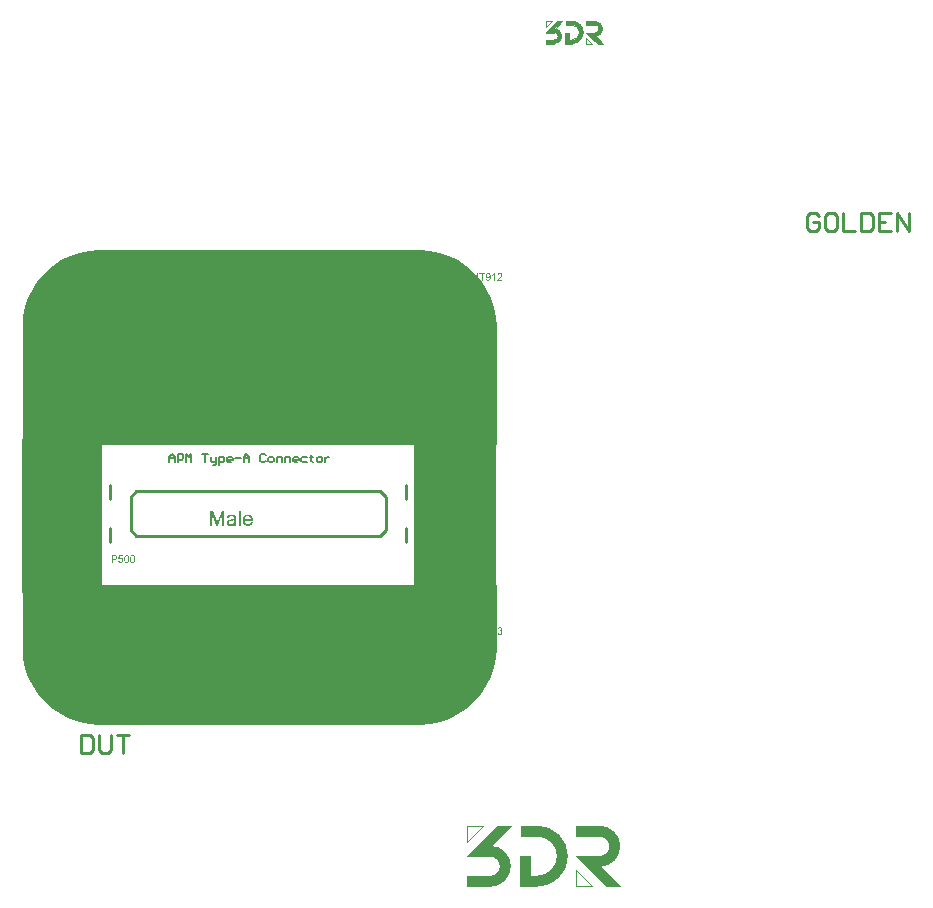
<source format=gto>
G04 Layer_Color=65535*
%FSLAX42Y42*%
%MOMM*%
G71*
G01*
G75*
%ADD10C,0.10*%
%ADD14C,0.25*%
%ADD25C,0.13*%
%ADD26C,0.00*%
%ADD27C,0.00*%
%ADD28C,0.18*%
%ADD29R,6.78X13.11*%
%ADD30R,7.04X15.57*%
G36*
X7843Y11056D02*
X7817D01*
X7814Y11039D01*
X7814Y11039D01*
X7814Y11039D01*
X7815Y11040D01*
X7815Y11040D01*
X7815Y11040D01*
X7816Y11040D01*
X7817Y11041D01*
X7818Y11041D01*
X7819Y11042D01*
X7821Y11043D01*
X7824Y11043D01*
X7825Y11043D01*
X7826Y11043D01*
X7827D01*
X7827Y11043D01*
X7828Y11043D01*
X7829Y11043D01*
X7830Y11043D01*
X7831Y11042D01*
X7832Y11042D01*
X7833Y11042D01*
X7834Y11041D01*
X7835Y11041D01*
X7837Y11040D01*
X7838Y11039D01*
X7839Y11038D01*
X7840Y11037D01*
X7840Y11037D01*
X7840Y11037D01*
X7841Y11037D01*
X7841Y11036D01*
X7841Y11036D01*
X7842Y11035D01*
X7842Y11034D01*
X7843Y11033D01*
X7844Y11032D01*
X7844Y11031D01*
X7845Y11030D01*
X7845Y11029D01*
X7845Y11027D01*
X7846Y11026D01*
X7846Y11024D01*
X7846Y11022D01*
Y11022D01*
Y11022D01*
Y11022D01*
X7846Y11021D01*
X7846Y11020D01*
X7846Y11019D01*
X7845Y11018D01*
X7845Y11017D01*
X7845Y11015D01*
X7844Y11014D01*
X7844Y11012D01*
X7843Y11011D01*
X7842Y11010D01*
X7842Y11009D01*
X7841Y11007D01*
X7841Y11007D01*
X7841Y11007D01*
X7840Y11007D01*
X7840Y11006D01*
X7839Y11006D01*
X7838Y11005D01*
X7837Y11004D01*
X7836Y11004D01*
X7835Y11003D01*
X7834Y11002D01*
X7833Y11002D01*
X7831Y11001D01*
X7829Y11000D01*
X7828Y11000D01*
X7826Y11000D01*
X7824Y11000D01*
X7823D01*
X7823Y11000D01*
X7822Y11000D01*
X7821Y11000D01*
X7820Y11000D01*
X7819Y11000D01*
X7817Y11001D01*
X7816Y11001D01*
X7814Y11002D01*
X7813Y11002D01*
X7812Y11003D01*
X7811Y11004D01*
X7810Y11005D01*
X7810Y11005D01*
X7810Y11005D01*
X7809Y11005D01*
X7809Y11005D01*
X7808Y11006D01*
X7808Y11007D01*
X7807Y11007D01*
X7807Y11008D01*
X7806Y11009D01*
X7806Y11010D01*
X7805Y11011D01*
X7805Y11012D01*
X7804Y11013D01*
X7804Y11015D01*
X7804Y11016D01*
X7804Y11018D01*
X7812Y11018D01*
Y11018D01*
X7812Y11018D01*
Y11018D01*
X7812Y11017D01*
X7812Y11017D01*
X7812Y11016D01*
X7813Y11015D01*
X7813Y11013D01*
X7814Y11012D01*
X7815Y11010D01*
X7816Y11009D01*
X7816Y11009D01*
X7817Y11009D01*
X7817Y11008D01*
X7818Y11008D01*
X7819Y11007D01*
X7821Y11007D01*
X7822Y11006D01*
X7824Y11006D01*
X7825D01*
X7825Y11006D01*
X7825Y11006D01*
X7826Y11006D01*
X7827Y11007D01*
X7829Y11007D01*
X7830Y11008D01*
X7831Y11008D01*
X7832Y11009D01*
X7833Y11010D01*
X7834Y11010D01*
X7834Y11011D01*
X7834Y11011D01*
X7834Y11011D01*
X7834Y11011D01*
X7835Y11012D01*
X7835Y11012D01*
X7835Y11013D01*
X7836Y11013D01*
X7836Y11015D01*
X7837Y11017D01*
X7837Y11019D01*
X7838Y11020D01*
Y11022D01*
Y11022D01*
Y11022D01*
Y11022D01*
X7837Y11023D01*
Y11023D01*
X7837Y11024D01*
X7837Y11026D01*
X7837Y11027D01*
X7836Y11029D01*
X7835Y11031D01*
X7834Y11032D01*
X7834Y11032D01*
Y11033D01*
X7834Y11033D01*
X7833Y11033D01*
X7833Y11033D01*
X7832Y11034D01*
X7831Y11034D01*
X7830Y11035D01*
X7828Y11036D01*
X7826Y11036D01*
X7825Y11036D01*
X7823D01*
X7823Y11036D01*
X7822Y11036D01*
X7821Y11036D01*
X7819Y11036D01*
X7818Y11035D01*
X7817Y11035D01*
X7817Y11034D01*
X7817Y11034D01*
X7816Y11034D01*
X7815Y11033D01*
X7815Y11033D01*
X7814Y11032D01*
X7813Y11031D01*
X7812Y11030D01*
X7805Y11031D01*
X7811Y11064D01*
X7843D01*
Y11056D01*
D02*
G37*
G36*
X7775Y11065D02*
X7776Y11065D01*
X7778Y11065D01*
X7780Y11064D01*
X7781Y11064D01*
X7781D01*
X7781Y11064D01*
X7782Y11064D01*
X7783Y11064D01*
X7784Y11063D01*
X7785Y11063D01*
X7786Y11063D01*
X7787Y11062D01*
X7789Y11061D01*
X7789Y11061D01*
X7789Y11061D01*
X7790Y11060D01*
X7791Y11060D01*
X7791Y11059D01*
X7792Y11058D01*
X7793Y11056D01*
X7794Y11055D01*
Y11055D01*
X7794Y11055D01*
X7794Y11055D01*
X7794Y11054D01*
X7795Y11053D01*
X7795Y11052D01*
X7795Y11051D01*
X7796Y11050D01*
X7796Y11048D01*
X7796Y11046D01*
Y11046D01*
Y11046D01*
Y11045D01*
X7796Y11045D01*
X7796Y11044D01*
X7796Y11043D01*
X7795Y11042D01*
X7795Y11042D01*
X7795Y11039D01*
X7794Y11038D01*
X7794Y11037D01*
X7793Y11036D01*
X7792Y11035D01*
X7792Y11034D01*
X7791Y11032D01*
X7791Y11032D01*
X7790Y11032D01*
X7790Y11032D01*
X7790Y11032D01*
X7789Y11031D01*
X7788Y11031D01*
X7787Y11030D01*
X7786Y11030D01*
X7785Y11029D01*
X7784Y11029D01*
X7782Y11028D01*
X7781Y11028D01*
X7779Y11027D01*
X7777Y11027D01*
X7774Y11027D01*
X7772Y11027D01*
X7756D01*
Y11001D01*
X7747D01*
Y11065D01*
X7773D01*
X7775Y11065D01*
D02*
G37*
G36*
X10959Y8601D02*
X10959Y8601D01*
X10959Y8601D01*
X10959Y8601D01*
X10959Y8601D01*
X10959Y8601D01*
X10959Y8601D01*
X10959Y8601D01*
X10959Y8601D01*
X10959Y8601D01*
Y8601D01*
X10960Y8601D01*
X10962Y8600D01*
X10964Y8600D01*
X10965Y8600D01*
X10967Y8600D01*
X10969Y8600D01*
X10971Y8600D01*
X10972Y8600D01*
X10974Y8599D01*
X10976Y8599D01*
X10978Y8599D01*
X10979Y8599D01*
X10981Y8598D01*
X10983Y8598D01*
X10985Y8598D01*
X10986Y8597D01*
X10988Y8597D01*
X10990Y8597D01*
X10992Y8596D01*
X10993Y8596D01*
X10995Y8595D01*
X10997Y8595D01*
X10999Y8594D01*
X11000Y8594D01*
X11002Y8593D01*
X11004Y8593D01*
X11005Y8592D01*
X11007Y8592D01*
X11009Y8591D01*
X11011Y8591D01*
X11012Y8590D01*
X11014Y8589D01*
X11016Y8589D01*
X11017Y8588D01*
X11019Y8587D01*
X11020Y8587D01*
X11022Y8586D01*
X11024Y8585D01*
X11025Y8584D01*
X11027Y8584D01*
X11029Y8583D01*
X11030Y8582D01*
X11032Y8581D01*
X11033Y8580D01*
X11035Y8580D01*
X11036Y8579D01*
X11038Y8578D01*
X11039Y8577D01*
X11041Y8576D01*
X11043Y8575D01*
X11044Y8574D01*
X11046Y8573D01*
X11047Y8572D01*
X11049Y8571D01*
X11050Y8570D01*
X11051Y8569D01*
X11053Y8568D01*
X11054Y8567D01*
X11056Y8566D01*
X11057Y8565D01*
X11059Y8564D01*
X11060Y8563D01*
X11061Y8562D01*
X11063Y8560D01*
X11064Y8559D01*
X11065Y8558D01*
X11067Y8557D01*
X11068Y8556D01*
X11069Y8555D01*
X11071Y8553D01*
X11072Y8552D01*
X11073Y8551D01*
X11074Y8550D01*
X11076Y8548D01*
X11077Y8547D01*
X11078Y8546D01*
X11079Y8544D01*
X11080Y8543D01*
X11082Y8542D01*
X11083Y8540D01*
X11084Y8539D01*
X11085Y8538D01*
X11086Y8536D01*
X11087Y8535D01*
X11088Y8533D01*
X11089Y8532D01*
X11091Y8531D01*
X11092Y8529D01*
X11093Y8528D01*
X11094Y8526D01*
X11095Y8525D01*
X11096Y8523D01*
X11097Y8522D01*
X11097Y8520D01*
X11098Y8519D01*
X11099Y8517D01*
X11100Y8516D01*
X11101Y8514D01*
X11102Y8512D01*
X11103Y8511D01*
X11104Y8509D01*
X11104Y8508D01*
X11105Y8506D01*
X11106Y8505D01*
X11107Y8503D01*
X11108Y8501D01*
X11108Y8500D01*
X11109Y8498D01*
X11110Y8496D01*
X11110Y8495D01*
X11111Y8493D01*
X11112Y8491D01*
X11112Y8490D01*
X11113Y8488D01*
X11114Y8486D01*
X11114Y8485D01*
X11115Y8483D01*
X11115Y8481D01*
X11116Y8480D01*
X11116Y8478D01*
X11117Y8476D01*
X11117Y8475D01*
X11118Y8473D01*
X11118Y8471D01*
X11119Y8469D01*
X11119Y8468D01*
X11119Y8466D01*
X11120Y8464D01*
X11120Y8462D01*
X11120Y8461D01*
X11121Y8459D01*
X11121Y8457D01*
X11121Y8455D01*
X11121Y8454D01*
X11122Y8452D01*
X11122Y8450D01*
X11122Y8448D01*
X11122Y8447D01*
X11122Y8445D01*
X11123Y8443D01*
X11123Y8441D01*
X11123Y8439D01*
X11123Y8438D01*
X11123Y8436D01*
X11123Y8434D01*
X11123Y8432D01*
X11123Y8431D01*
Y8431D01*
Y8431D01*
X11123Y8429D01*
X11123Y8427D01*
X11123Y8426D01*
X11123Y8424D01*
X11123Y8422D01*
X11123Y8420D01*
X11123Y8418D01*
X11122Y8417D01*
X11122Y8415D01*
X11122Y8413D01*
X11122Y8411D01*
X11122Y8410D01*
X11121Y8408D01*
X11121Y8406D01*
X11121Y8404D01*
X11121Y8403D01*
X11120Y8401D01*
X11120Y8399D01*
X11120Y8397D01*
X11119Y8396D01*
X11119Y8394D01*
X11119Y8392D01*
X11118Y8390D01*
X11118Y8389D01*
X11117Y8387D01*
X11117Y8385D01*
X11116Y8383D01*
X11116Y8382D01*
X11115Y8380D01*
X11115Y8378D01*
X11114Y8377D01*
X11114Y8375D01*
X11113Y8373D01*
X11112Y8372D01*
X11112Y8370D01*
X11111Y8368D01*
X11110Y8367D01*
X11110Y8365D01*
X11109Y8363D01*
X11108Y8362D01*
X11108Y8360D01*
X11107Y8358D01*
X11106Y8357D01*
X11105Y8355D01*
X11104Y8354D01*
X11104Y8352D01*
X11103Y8351D01*
X11102Y8349D01*
X11101Y8347D01*
X11100Y8346D01*
X11099Y8344D01*
X11098Y8343D01*
X11097Y8341D01*
X11097Y8340D01*
X11096Y8338D01*
X11095Y8337D01*
X11094Y8335D01*
X11093Y8334D01*
X11092Y8332D01*
X11091Y8331D01*
X11089Y8329D01*
X11088Y8328D01*
X11087Y8327D01*
X11086Y8325D01*
X11085Y8324D01*
X11084Y8322D01*
X11083Y8321D01*
X11082Y8320D01*
X11081Y8318D01*
X11079Y8317D01*
X11078Y8316D01*
X11077Y8314D01*
X11076Y8313D01*
X11074Y8312D01*
X11073Y8311D01*
X11072Y8309D01*
X11071Y8308D01*
X11069Y8307D01*
X11068Y8306D01*
X11067Y8304D01*
X11065Y8303D01*
X11064Y8302D01*
X11063Y8301D01*
X11061Y8300D01*
X11060Y8299D01*
X11059Y8298D01*
X11057Y8296D01*
X11056Y8295D01*
X11054Y8294D01*
X11053Y8293D01*
X11051Y8292D01*
X11050Y8291D01*
X11049Y8290D01*
X11047Y8289D01*
X11046Y8288D01*
X11044Y8287D01*
X11043Y8286D01*
X11041Y8285D01*
X11039Y8284D01*
X11038Y8284D01*
X11036Y8283D01*
X11035Y8282D01*
X11033Y8281D01*
X11032Y8280D01*
X11030Y8279D01*
X11029Y8279D01*
X11027Y8278D01*
X11025Y8277D01*
X11024Y8276D01*
X11022Y8275D01*
X11020Y8275D01*
X11019Y8274D01*
X11017Y8273D01*
X11016Y8273D01*
X11014Y8272D01*
X11012Y8271D01*
X11011Y8271D01*
X11009Y8270D01*
X11007Y8270D01*
X11005Y8269D01*
X11004Y8269D01*
X11002Y8268D01*
X11000Y8268D01*
X10999Y8267D01*
X10997Y8267D01*
X10995Y8266D01*
X10993Y8266D01*
X10992Y8265D01*
X10990Y8265D01*
X10988Y8264D01*
X10987Y8264D01*
X10985Y8264D01*
X10983Y8263D01*
X10981Y8263D01*
X10980Y8263D01*
X10978Y8263D01*
X10976Y8262D01*
X10974Y8262D01*
X10972Y8262D01*
X10971Y8262D01*
X10969Y8262D01*
X10967Y8261D01*
X10965Y8261D01*
X10964Y8261D01*
X10962Y8261D01*
X10960Y8261D01*
X10958Y8261D01*
X10956Y8261D01*
X10955Y8261D01*
X10953Y8261D01*
X10953Y8261D01*
X10754D01*
Y8346D01*
X10953D01*
Y8346D01*
X10954Y8346D01*
X10956Y8346D01*
X10957Y8346D01*
X10958Y8346D01*
X10959Y8346D01*
X10961Y8346D01*
X10962Y8346D01*
X10963Y8346D01*
X10964Y8347D01*
X10966Y8347D01*
X10967Y8347D01*
X10968Y8347D01*
X10969Y8347D01*
X10970Y8348D01*
X10972Y8348D01*
X10973Y8348D01*
X10974Y8349D01*
X10975Y8349D01*
X10977Y8349D01*
X10978Y8350D01*
X10979Y8350D01*
X10980Y8350D01*
X10981Y8351D01*
X10983Y8351D01*
X10984Y8352D01*
X10985Y8352D01*
X10986Y8353D01*
X10987Y8353D01*
X10988Y8354D01*
X10990Y8354D01*
X10991Y8355D01*
X10992Y8355D01*
X10993Y8356D01*
X10994Y8356D01*
X10995Y8357D01*
X10996Y8358D01*
X10997Y8358D01*
X10998Y8359D01*
X10999Y8360D01*
X11000Y8360D01*
X11001Y8361D01*
X11002Y8362D01*
X11004Y8363D01*
X11005Y8363D01*
X11006Y8364D01*
X11006Y8365D01*
X11007Y8366D01*
X11008Y8366D01*
X11009Y8367D01*
X11010Y8368D01*
X11011Y8369D01*
X11012Y8370D01*
X11013Y8371D01*
X11014Y8372D01*
X11015Y8373D01*
X11016Y8373D01*
X11016Y8374D01*
X11017Y8375D01*
X11018Y8376D01*
X11019Y8377D01*
X11020Y8378D01*
X11020Y8379D01*
X11021Y8380D01*
X11022Y8381D01*
X11023Y8382D01*
X11023Y8383D01*
X11024Y8384D01*
X11025Y8385D01*
X11025Y8387D01*
X11026Y8388D01*
X11027Y8389D01*
X11027Y8390D01*
X11028Y8391D01*
X11029Y8392D01*
X11029Y8393D01*
X11030Y8394D01*
X11030Y8395D01*
X11031Y8397D01*
X11031Y8398D01*
X11032Y8399D01*
X11032Y8400D01*
X11033Y8401D01*
X11033Y8402D01*
X11033Y8404D01*
X11034Y8405D01*
X11034Y8406D01*
X11035Y8407D01*
X11035Y8408D01*
X11035Y8410D01*
X11036Y8411D01*
X11036Y8412D01*
X11036Y8413D01*
X11036Y8415D01*
X11037Y8416D01*
X11037Y8417D01*
X11037Y8418D01*
X11037Y8420D01*
X11037Y8421D01*
X11037Y8422D01*
X11038Y8423D01*
X11038Y8425D01*
X11038Y8426D01*
X11038Y8427D01*
X11038Y8428D01*
X11038Y8430D01*
X11038Y8431D01*
X11038D01*
X11038Y8432D01*
X11038Y8433D01*
X11038Y8434D01*
X11038Y8436D01*
X11038Y8437D01*
X11038Y8438D01*
X11037Y8439D01*
X11037Y8441D01*
X11037Y8442D01*
X11037Y8443D01*
X11037Y8444D01*
X11037Y8446D01*
X11036Y8447D01*
X11036Y8448D01*
X11036Y8449D01*
X11036Y8451D01*
X11035Y8452D01*
X11035Y8453D01*
X11035Y8454D01*
X11034Y8455D01*
X11034Y8457D01*
X11033Y8458D01*
X11033Y8459D01*
X11033Y8460D01*
X11032Y8461D01*
X11032Y8463D01*
X11031Y8464D01*
X11031Y8465D01*
X11030Y8466D01*
X11030Y8467D01*
X11029Y8468D01*
X11029Y8469D01*
X11028Y8471D01*
X11027Y8472D01*
X11027Y8473D01*
X11026Y8474D01*
X11025Y8475D01*
X11025Y8476D01*
X11024Y8477D01*
X11023Y8478D01*
X11023Y8479D01*
X11022Y8480D01*
X11021Y8481D01*
X11020Y8482D01*
X11020Y8483D01*
X11019Y8484D01*
X11018Y8485D01*
X11017Y8486D01*
X11016Y8487D01*
X11016Y8488D01*
X11015Y8489D01*
X11014Y8490D01*
X11013Y8491D01*
X11012Y8492D01*
X11011Y8492D01*
X11010Y8493D01*
X11009Y8494D01*
X11008Y8495D01*
X11007Y8496D01*
X11006Y8497D01*
X11006Y8497D01*
X11005Y8498D01*
X11004Y8499D01*
X11002Y8500D01*
X11001Y8500D01*
X11000Y8501D01*
X10999Y8502D01*
X10998Y8502D01*
X10997Y8503D01*
X10996Y8504D01*
X10995Y8504D01*
X10994Y8505D01*
X10993Y8506D01*
X10992Y8506D01*
X10991Y8507D01*
X10990Y8507D01*
X10988Y8508D01*
X10987Y8508D01*
X10986Y8509D01*
X10985Y8509D01*
X10984Y8510D01*
X10983Y8510D01*
X10981Y8511D01*
X10980Y8511D01*
X10979Y8511D01*
X10978Y8512D01*
X10977Y8512D01*
X10975Y8513D01*
X10974Y8513D01*
X10973Y8513D01*
X10972Y8513D01*
X10970Y8514D01*
X10969Y8514D01*
X10968Y8514D01*
X10967Y8514D01*
X10966Y8515D01*
X10964Y8515D01*
X10963Y8515D01*
X10962Y8515D01*
X10961Y8515D01*
X10959Y8515D01*
X10958Y8515D01*
X10957Y8515D01*
X10956Y8515D01*
X10954Y8516D01*
X10953Y8516D01*
X10754D01*
X11008Y8770D01*
X11128D01*
X10959Y8601D01*
D02*
G37*
G36*
X11881Y8770D02*
X11883Y8770D01*
X11885Y8770D01*
X11887Y8770D01*
X11888Y8769D01*
X11890Y8769D01*
X11892Y8769D01*
X11894Y8769D01*
X11896Y8769D01*
X11897Y8769D01*
X11899Y8769D01*
X11901Y8768D01*
X11903Y8768D01*
X11904Y8768D01*
X11906Y8768D01*
X11908Y8767D01*
X11910Y8767D01*
X11911Y8767D01*
X11913Y8766D01*
X11915Y8766D01*
X11917Y8766D01*
X11918Y8765D01*
X11920Y8765D01*
X11922Y8764D01*
X11924Y8764D01*
X11925Y8763D01*
X11927Y8763D01*
X11929Y8762D01*
X11930Y8762D01*
X11932Y8761D01*
X11934Y8761D01*
X11935Y8760D01*
X11937Y8760D01*
X11939Y8759D01*
X11940Y8758D01*
X11942Y8758D01*
X11944Y8757D01*
X11945Y8756D01*
X11947Y8756D01*
X11949Y8755D01*
X11950Y8754D01*
X11952Y8754D01*
X11954Y8753D01*
X11955Y8752D01*
X11957Y8751D01*
X11958Y8750D01*
X11960Y8750D01*
X11961Y8749D01*
X11963Y8748D01*
X11965Y8747D01*
X11966Y8746D01*
X11968Y8745D01*
X11969Y8744D01*
X11971Y8743D01*
X11972Y8742D01*
X11974Y8741D01*
X11975Y8740D01*
X11977Y8739D01*
X11978Y8738D01*
X11979Y8737D01*
X11981Y8736D01*
X11982Y8735D01*
X11984Y8734D01*
X11985Y8733D01*
X11987Y8732D01*
X11988Y8731D01*
X11989Y8730D01*
X11991Y8728D01*
X11992Y8727D01*
X11993Y8726D01*
X11995Y8725D01*
X11996Y8724D01*
X11997Y8722D01*
X11999Y8721D01*
X12000Y8720D01*
X12001Y8719D01*
X12002Y8717D01*
X12004Y8716D01*
X12005Y8715D01*
X12006Y8713D01*
X12007Y8712D01*
X12008Y8711D01*
X12009Y8709D01*
X12011Y8708D01*
X12012Y8707D01*
X12013Y8705D01*
X12014Y8704D01*
X12015Y8702D01*
X12016Y8701D01*
X12017Y8700D01*
X12018Y8698D01*
X12019Y8697D01*
X12020Y8695D01*
X12021Y8694D01*
X12022Y8692D01*
X12023Y8691D01*
X12024Y8689D01*
X12025Y8688D01*
X12026Y8686D01*
X12027Y8685D01*
X12028Y8683D01*
X12029Y8682D01*
X12029Y8680D01*
X12030Y8678D01*
X12031Y8677D01*
X12032Y8675D01*
X12033Y8674D01*
X12033Y8672D01*
X12034Y8670D01*
X12035Y8669D01*
X12036Y8667D01*
X12036Y8666D01*
X12037Y8664D01*
X12038Y8662D01*
X12038Y8661D01*
X12039Y8659D01*
X12040Y8657D01*
X12040Y8656D01*
X12041Y8654D01*
X12041Y8652D01*
X12042Y8650D01*
X12042Y8649D01*
X12043Y8647D01*
X12043Y8645D01*
X12044Y8644D01*
X12044Y8642D01*
X12045Y8640D01*
X12045Y8638D01*
X12046Y8637D01*
X12046Y8635D01*
X12046Y8633D01*
X12047Y8631D01*
X12047Y8630D01*
X12047Y8628D01*
X12048Y8626D01*
X12048Y8624D01*
X12048Y8623D01*
X12048Y8621D01*
X12048Y8619D01*
X12049Y8617D01*
X12049Y8616D01*
X12049Y8614D01*
X12049Y8612D01*
X12049Y8610D01*
X12049Y8609D01*
X12049Y8607D01*
X12050Y8605D01*
X12050Y8603D01*
X12050Y8601D01*
X12050Y8600D01*
X12050Y8600D01*
Y8600D01*
Y8600D01*
X12050Y8598D01*
X12050Y8596D01*
X12050Y8595D01*
X12049Y8593D01*
X12049Y8591D01*
X12049Y8589D01*
X12049Y8588D01*
X12049Y8586D01*
X12049Y8584D01*
X12049Y8582D01*
X12048Y8580D01*
X12048Y8579D01*
X12048Y8577D01*
X12048Y8575D01*
X12048Y8573D01*
X12047Y8572D01*
X12047Y8570D01*
X12047Y8568D01*
X12046Y8566D01*
X12046Y8565D01*
X12046Y8563D01*
X12045Y8561D01*
X12045Y8559D01*
X12044Y8558D01*
X12044Y8556D01*
X12043Y8554D01*
X12043Y8553D01*
X12042Y8551D01*
X12042Y8549D01*
X12041Y8547D01*
X12041Y8546D01*
X12040Y8544D01*
X12040Y8542D01*
X12039Y8541D01*
X12038Y8539D01*
X12038Y8537D01*
X12037Y8536D01*
X12036Y8534D01*
X12036Y8532D01*
X12035Y8531D01*
X12034Y8529D01*
X12033Y8528D01*
X12033Y8526D01*
X12032Y8524D01*
X12031Y8523D01*
X12030Y8521D01*
X12029Y8520D01*
X12029Y8518D01*
X12028Y8516D01*
X12027Y8515D01*
X12026Y8513D01*
X12025Y8512D01*
X12024Y8510D01*
X12023Y8509D01*
X12022Y8507D01*
X12021Y8506D01*
X12020Y8504D01*
X12019Y8503D01*
X12018Y8501D01*
X12017Y8500D01*
X12016Y8499D01*
X12015Y8497D01*
X12014Y8496D01*
X12013Y8494D01*
X12012Y8493D01*
X12011Y8492D01*
X12009Y8490D01*
X12008Y8489D01*
X12007Y8487D01*
X12006Y8486D01*
X12005Y8485D01*
X12004Y8484D01*
X12002Y8482D01*
X12001Y8481D01*
X12000Y8480D01*
X11999Y8478D01*
X11997Y8477D01*
X11996Y8476D01*
X11995Y8475D01*
X11993Y8474D01*
X11992Y8472D01*
X11991Y8471D01*
X11989Y8470D01*
X11988Y8469D01*
X11987Y8468D01*
X11985Y8467D01*
X11984Y8466D01*
X11982Y8464D01*
X11981Y8463D01*
X11979Y8462D01*
X11978Y8461D01*
X11977Y8460D01*
X11975Y8459D01*
X11974Y8458D01*
X11972Y8457D01*
X11971Y8456D01*
X11969Y8455D01*
X11968Y8454D01*
X11966Y8454D01*
X11965Y8453D01*
X11963Y8452D01*
X11961Y8451D01*
X11960Y8450D01*
X11958Y8449D01*
X11957Y8448D01*
X11955Y8448D01*
X11954Y8447D01*
X11952Y8446D01*
X11950Y8445D01*
X11949Y8445D01*
X11947Y8444D01*
X11945Y8443D01*
X11944Y8442D01*
X11942Y8442D01*
X11940Y8441D01*
X11939Y8441D01*
X11937Y8440D01*
X11935Y8439D01*
X11934Y8439D01*
X11932Y8438D01*
X11930Y8438D01*
X11929Y8437D01*
X11927Y8437D01*
X11925Y8436D01*
X11924Y8436D01*
X11922Y8435D01*
X11920Y8435D01*
X11918Y8434D01*
X11917Y8434D01*
X11915Y8434D01*
X11913Y8433D01*
X11911Y8433D01*
X11910Y8433D01*
X11908Y8432D01*
X11906Y8432D01*
X11904Y8432D01*
X11903Y8431D01*
X11901Y8431D01*
X11899Y8431D01*
X11897Y8431D01*
X11895Y8431D01*
X11894Y8430D01*
X11892Y8430D01*
X11890Y8430D01*
X11888Y8430D01*
X11887Y8430D01*
X11886Y8430D01*
Y8430D01*
X11886Y8430D01*
X11886Y8430D01*
X11886Y8430D01*
X11886Y8430D01*
X11886Y8430D01*
X11886Y8430D01*
X11886Y8430D01*
X11886Y8430D01*
X11886Y8430D01*
X12055Y8261D01*
X11935D01*
X11681Y8515D01*
X11880D01*
Y8515D01*
X11881Y8515D01*
X11882Y8515D01*
X11883Y8515D01*
X11885Y8515D01*
X11886Y8515D01*
X11887Y8515D01*
X11888Y8515D01*
X11890Y8516D01*
X11891Y8516D01*
X11892Y8516D01*
X11893Y8516D01*
X11895Y8516D01*
X11896Y8517D01*
X11897Y8517D01*
X11898Y8517D01*
X11900Y8517D01*
X11901Y8518D01*
X11902Y8518D01*
X11903Y8518D01*
X11904Y8519D01*
X11906Y8519D01*
X11907Y8519D01*
X11908Y8520D01*
X11909Y8520D01*
X11910Y8521D01*
X11912Y8521D01*
X11913Y8522D01*
X11914Y8522D01*
X11915Y8523D01*
X11916Y8523D01*
X11917Y8524D01*
X11918Y8524D01*
X11919Y8525D01*
X11921Y8526D01*
X11922Y8526D01*
X11923Y8527D01*
X11924Y8527D01*
X11925Y8528D01*
X11926Y8529D01*
X11927Y8529D01*
X11928Y8530D01*
X11929Y8531D01*
X11930Y8532D01*
X11931Y8532D01*
X11932Y8533D01*
X11933Y8534D01*
X11934Y8535D01*
X11935Y8536D01*
X11936Y8536D01*
X11937Y8537D01*
X11938Y8538D01*
X11939Y8539D01*
X11940Y8540D01*
X11941Y8541D01*
X11941Y8542D01*
X11942Y8543D01*
X11943Y8544D01*
X11944Y8544D01*
X11945Y8545D01*
X11946Y8546D01*
X11946Y8547D01*
X11947Y8548D01*
X11948Y8549D01*
X11949Y8550D01*
X11949Y8551D01*
X11950Y8552D01*
X11951Y8554D01*
X11951Y8555D01*
X11952Y8556D01*
X11953Y8557D01*
X11953Y8558D01*
X11954Y8559D01*
X11955Y8560D01*
X11955Y8561D01*
X11956Y8562D01*
X11956Y8563D01*
X11957Y8565D01*
X11957Y8566D01*
X11958Y8567D01*
X11958Y8568D01*
X11959Y8569D01*
X11959Y8570D01*
X11960Y8572D01*
X11960Y8573D01*
X11960Y8574D01*
X11961Y8575D01*
X11961Y8576D01*
X11962Y8578D01*
X11962Y8579D01*
X11962Y8580D01*
X11962Y8581D01*
X11963Y8582D01*
X11963Y8584D01*
X11963Y8585D01*
X11963Y8586D01*
X11964Y8587D01*
X11964Y8589D01*
X11964Y8590D01*
X11964Y8591D01*
X11964Y8592D01*
X11964Y8594D01*
X11964Y8595D01*
X11964Y8596D01*
X11964Y8597D01*
X11964Y8599D01*
X11965Y8600D01*
X11965D01*
Y8600D01*
X11965D01*
X11964Y8601D01*
X11964Y8602D01*
X11964Y8603D01*
X11964Y8605D01*
X11964Y8606D01*
X11964Y8607D01*
X11964Y8608D01*
X11964Y8610D01*
X11964Y8611D01*
X11964Y8612D01*
X11963Y8613D01*
X11963Y8615D01*
X11963Y8616D01*
X11963Y8617D01*
X11962Y8618D01*
X11962Y8620D01*
X11962Y8621D01*
X11962Y8622D01*
X11961Y8623D01*
X11961Y8625D01*
X11960Y8626D01*
X11960Y8627D01*
X11960Y8628D01*
X11959Y8629D01*
X11959Y8630D01*
X11958Y8632D01*
X11958Y8633D01*
X11957Y8634D01*
X11957Y8635D01*
X11956Y8636D01*
X11956Y8637D01*
X11955Y8638D01*
X11955Y8640D01*
X11954Y8641D01*
X11953Y8642D01*
X11953Y8643D01*
X11952Y8644D01*
X11951Y8645D01*
X11951Y8646D01*
X11950Y8647D01*
X11949Y8648D01*
X11949Y8649D01*
X11948Y8650D01*
X11947Y8651D01*
X11946Y8652D01*
X11946Y8653D01*
X11945Y8654D01*
X11944Y8655D01*
X11943Y8656D01*
X11942Y8657D01*
X11941Y8658D01*
X11941Y8659D01*
X11940Y8660D01*
X11939Y8661D01*
X11938Y8662D01*
X11937Y8662D01*
X11936Y8663D01*
X11935Y8664D01*
X11934Y8665D01*
X11933Y8666D01*
X11932Y8666D01*
X11931Y8667D01*
X11930Y8668D01*
X11929Y8669D01*
X11928Y8669D01*
X11927Y8670D01*
X11926Y8671D01*
X11925Y8672D01*
X11924Y8672D01*
X11923Y8673D01*
X11922Y8673D01*
X11921Y8674D01*
X11919Y8675D01*
X11918Y8675D01*
X11917Y8676D01*
X11916Y8676D01*
X11915Y8677D01*
X11914Y8677D01*
X11913Y8678D01*
X11912Y8678D01*
X11910Y8679D01*
X11909Y8679D01*
X11908Y8680D01*
X11907Y8680D01*
X11906Y8681D01*
X11904Y8681D01*
X11903Y8681D01*
X11902Y8682D01*
X11901Y8682D01*
X11900Y8682D01*
X11898Y8683D01*
X11897Y8683D01*
X11896Y8683D01*
X11895Y8683D01*
X11893Y8683D01*
X11892Y8684D01*
X11891Y8684D01*
X11890Y8684D01*
X11888Y8684D01*
X11887Y8684D01*
X11886Y8684D01*
X11885Y8684D01*
X11883Y8685D01*
X11882Y8685D01*
X11881Y8685D01*
X11880Y8685D01*
Y8685D01*
X11680D01*
Y8770D01*
X11880D01*
X11880Y8770D01*
X11881Y8770D01*
D02*
G37*
G36*
X11354Y8771D02*
X11356Y8771D01*
X11358Y8771D01*
X11361Y8771D01*
X11363Y8771D01*
X11365Y8771D01*
X11367Y8770D01*
X11369Y8770D01*
X11372Y8770D01*
X11374Y8770D01*
X11376Y8770D01*
X11378Y8770D01*
X11380Y8769D01*
X11383Y8769D01*
X11385Y8769D01*
X11387Y8768D01*
X11389Y8768D01*
X11391Y8768D01*
X11393Y8768D01*
X11396Y8767D01*
X11398Y8767D01*
X11400Y8766D01*
X11402Y8766D01*
X11404Y8765D01*
X11406Y8765D01*
X11408Y8765D01*
X11411Y8764D01*
X11413Y8764D01*
X11415Y8763D01*
X11417Y8762D01*
X11419Y8762D01*
X11421Y8761D01*
X11423Y8761D01*
X11425Y8760D01*
X11428Y8759D01*
X11430Y8759D01*
X11432Y8758D01*
X11434Y8757D01*
X11436Y8757D01*
X11438Y8756D01*
X11440Y8755D01*
X11442Y8754D01*
X11444Y8754D01*
X11446Y8753D01*
X11448Y8752D01*
X11450Y8751D01*
X11452Y8750D01*
X11454Y8749D01*
X11456Y8748D01*
X11458Y8748D01*
X11460Y8747D01*
X11462Y8746D01*
X11464Y8745D01*
X11466Y8744D01*
X11468Y8743D01*
X11470Y8742D01*
X11472Y8741D01*
X11474Y8740D01*
X11476Y8739D01*
X11478Y8738D01*
X11480Y8736D01*
X11482Y8735D01*
X11483Y8734D01*
X11485Y8733D01*
X11487Y8732D01*
X11489Y8731D01*
X11491Y8730D01*
X11493Y8728D01*
X11495Y8727D01*
X11496Y8726D01*
X11498Y8725D01*
X11500Y8723D01*
X11502Y8722D01*
X11504Y8721D01*
X11505Y8719D01*
X11507Y8718D01*
X11509Y8717D01*
X11510Y8715D01*
X11512Y8714D01*
X11514Y8713D01*
X11516Y8711D01*
X11517Y8710D01*
X11519Y8708D01*
X11521Y8707D01*
X11522Y8705D01*
X11524Y8704D01*
X11525Y8702D01*
X11527Y8701D01*
X11529Y8699D01*
X11530Y8698D01*
X11532Y8696D01*
X11533Y8695D01*
X11535Y8693D01*
X11536Y8692D01*
X11538Y8690D01*
X11539Y8688D01*
X11541Y8687D01*
X11542Y8685D01*
X11544Y8684D01*
X11545Y8682D01*
X11547Y8680D01*
X11548Y8679D01*
X11549Y8677D01*
X11551Y8675D01*
X11552Y8673D01*
X11553Y8672D01*
X11555Y8670D01*
X11556Y8668D01*
X11557Y8666D01*
X11559Y8665D01*
X11560Y8663D01*
X11561Y8661D01*
X11562Y8659D01*
X11564Y8657D01*
X11565Y8656D01*
X11566Y8654D01*
X11567Y8652D01*
X11568Y8650D01*
X11570Y8648D01*
X11571Y8646D01*
X11572Y8644D01*
X11573Y8642D01*
X11574Y8641D01*
X11575Y8639D01*
X11576Y8637D01*
X11577Y8635D01*
X11578Y8633D01*
X11579Y8631D01*
X11580Y8629D01*
X11581Y8627D01*
X11582Y8625D01*
X11583Y8623D01*
X11584Y8621D01*
X11585Y8619D01*
X11586Y8617D01*
X11586Y8615D01*
X11587Y8613D01*
X11588Y8611D01*
X11589Y8609D01*
X11590Y8607D01*
X11591Y8605D01*
X11591Y8603D01*
X11592Y8601D01*
X11593Y8598D01*
X11593Y8596D01*
X11594Y8594D01*
X11595Y8592D01*
X11595Y8590D01*
X11596Y8588D01*
X11597Y8586D01*
X11597Y8584D01*
X11598Y8582D01*
X11598Y8579D01*
X11599Y8577D01*
X11599Y8575D01*
X11600Y8573D01*
X11600Y8571D01*
X11601Y8569D01*
X11601Y8567D01*
X11602Y8565D01*
X11602Y8562D01*
X11602Y8560D01*
X11603Y8558D01*
X11603Y8556D01*
X11604Y8554D01*
X11604Y8552D01*
X11604Y8549D01*
X11604Y8547D01*
X11605Y8545D01*
X11605Y8543D01*
X11605Y8541D01*
X11605Y8538D01*
X11606Y8536D01*
X11606Y8534D01*
X11606Y8532D01*
X11606Y8530D01*
X11606Y8527D01*
X11606Y8525D01*
X11606Y8523D01*
X11606Y8521D01*
X11606Y8519D01*
X11606Y8517D01*
Y8517D01*
Y8517D01*
Y8517D01*
X11606Y8515D01*
X11606Y8513D01*
X11606Y8510D01*
X11606Y8508D01*
X11606Y8506D01*
X11606Y8504D01*
X11606Y8502D01*
X11606Y8500D01*
X11606Y8497D01*
X11605Y8495D01*
X11605Y8493D01*
X11605Y8491D01*
X11605Y8489D01*
X11604Y8486D01*
X11604Y8484D01*
X11604Y8482D01*
X11604Y8480D01*
X11603Y8478D01*
X11603Y8476D01*
X11602Y8473D01*
X11602Y8471D01*
X11602Y8469D01*
X11601Y8467D01*
X11601Y8465D01*
X11600Y8463D01*
X11600Y8460D01*
X11599Y8458D01*
X11599Y8456D01*
X11598Y8454D01*
X11598Y8452D01*
X11597Y8450D01*
X11597Y8448D01*
X11596Y8446D01*
X11595Y8443D01*
X11595Y8441D01*
X11594Y8439D01*
X11593Y8437D01*
X11593Y8435D01*
X11592Y8433D01*
X11591Y8431D01*
X11591Y8429D01*
X11590Y8427D01*
X11589Y8425D01*
X11588Y8423D01*
X11587Y8421D01*
X11586Y8419D01*
X11586Y8417D01*
X11585Y8415D01*
X11584Y8413D01*
X11583Y8411D01*
X11582Y8409D01*
X11581Y8407D01*
X11580Y8405D01*
X11579Y8403D01*
X11578Y8401D01*
X11577Y8399D01*
X11576Y8397D01*
X11575Y8395D01*
X11574Y8393D01*
X11573Y8391D01*
X11572Y8389D01*
X11571Y8387D01*
X11570Y8385D01*
X11568Y8384D01*
X11567Y8382D01*
X11566Y8380D01*
X11565Y8378D01*
X11564Y8376D01*
X11562Y8374D01*
X11561Y8373D01*
X11560Y8371D01*
X11559Y8369D01*
X11557Y8367D01*
X11556Y8365D01*
X11555Y8364D01*
X11553Y8362D01*
X11552Y8360D01*
X11551Y8358D01*
X11549Y8357D01*
X11548Y8355D01*
X11547Y8353D01*
X11545Y8352D01*
X11544Y8350D01*
X11542Y8348D01*
X11541Y8347D01*
X11539Y8345D01*
X11538Y8343D01*
X11536Y8342D01*
X11535Y8340D01*
X11533Y8339D01*
X11532Y8337D01*
X11530Y8336D01*
X11529Y8334D01*
X11527Y8333D01*
X11525Y8331D01*
X11524Y8330D01*
X11522Y8328D01*
X11521Y8327D01*
X11519Y8325D01*
X11517Y8324D01*
X11516Y8322D01*
X11514Y8321D01*
X11512Y8320D01*
X11510Y8318D01*
X11509Y8317D01*
X11507Y8315D01*
X11505Y8314D01*
X11504Y8313D01*
X11502Y8311D01*
X11500Y8310D01*
X11498Y8309D01*
X11496Y8308D01*
X11495Y8306D01*
X11493Y8305D01*
X11491Y8304D01*
X11489Y8303D01*
X11487Y8302D01*
X11485Y8300D01*
X11483Y8299D01*
X11482Y8298D01*
X11480Y8297D01*
X11478Y8296D01*
X11476Y8295D01*
X11474Y8294D01*
X11472Y8293D01*
X11470Y8292D01*
X11468Y8291D01*
X11466Y8290D01*
X11464Y8289D01*
X11462Y8288D01*
X11460Y8287D01*
X11458Y8286D01*
X11456Y8285D01*
X11454Y8284D01*
X11452Y8283D01*
X11450Y8282D01*
X11448Y8282D01*
X11446Y8281D01*
X11444Y8280D01*
X11442Y8279D01*
X11440Y8278D01*
X11438Y8278D01*
X11436Y8277D01*
X11434Y8276D01*
X11432Y8275D01*
X11430Y8275D01*
X11428Y8274D01*
X11425Y8273D01*
X11423Y8273D01*
X11421Y8272D01*
X11419Y8272D01*
X11417Y8271D01*
X11415Y8271D01*
X11413Y8270D01*
X11411Y8269D01*
X11408Y8269D01*
X11406Y8269D01*
X11404Y8268D01*
X11402Y8268D01*
X11400Y8267D01*
X11398Y8267D01*
X11396Y8266D01*
X11393Y8266D01*
X11391Y8266D01*
X11389Y8265D01*
X11387Y8265D01*
X11385Y8265D01*
X11383Y8264D01*
X11380Y8264D01*
X11378Y8264D01*
X11376Y8264D01*
X11374Y8264D01*
X11372Y8263D01*
X11369Y8263D01*
X11367Y8263D01*
X11365Y8263D01*
X11363Y8263D01*
X11361Y8263D01*
X11358Y8263D01*
X11356Y8263D01*
X11354Y8263D01*
X11352Y8263D01*
X11203D01*
Y8348D01*
X11203Y8348D01*
Y8515D01*
X11288D01*
Y8348D01*
X11288Y8348D01*
X11288Y8348D01*
X11288Y8348D01*
X11288Y8348D01*
X11352D01*
Y8348D01*
X11354Y8348D01*
X11355Y8348D01*
X11357Y8348D01*
X11359Y8348D01*
X11361Y8348D01*
X11363Y8348D01*
X11364Y8348D01*
X11366Y8348D01*
X11368Y8348D01*
X11370Y8349D01*
X11371Y8349D01*
X11373Y8349D01*
X11375Y8349D01*
X11377Y8350D01*
X11378Y8350D01*
X11380Y8350D01*
X11382Y8350D01*
X11384Y8351D01*
X11385Y8351D01*
X11387Y8351D01*
X11389Y8352D01*
X11391Y8352D01*
X11392Y8353D01*
X11394Y8353D01*
X11396Y8353D01*
X11397Y8354D01*
X11399Y8354D01*
X11401Y8355D01*
X11403Y8355D01*
X11404Y8356D01*
X11406Y8357D01*
X11408Y8357D01*
X11409Y8358D01*
X11411Y8358D01*
X11413Y8359D01*
X11414Y8360D01*
X11416Y8360D01*
X11418Y8361D01*
X11419Y8362D01*
X11421Y8362D01*
X11422Y8363D01*
X11424Y8364D01*
X11426Y8365D01*
X11427Y8365D01*
X11429Y8366D01*
X11430Y8367D01*
X11432Y8368D01*
X11433Y8369D01*
X11435Y8370D01*
X11437Y8370D01*
X11438Y8371D01*
X11440Y8372D01*
X11441Y8373D01*
X11443Y8374D01*
X11444Y8375D01*
X11446Y8376D01*
X11447Y8377D01*
X11449Y8378D01*
X11450Y8379D01*
X11451Y8380D01*
X11453Y8381D01*
X11454Y8382D01*
X11456Y8383D01*
X11457Y8384D01*
X11458Y8385D01*
X11460Y8387D01*
X11461Y8388D01*
X11463Y8389D01*
X11464Y8390D01*
X11465Y8391D01*
X11466Y8392D01*
X11468Y8394D01*
X11469Y8395D01*
X11470Y8396D01*
X11472Y8397D01*
X11473Y8399D01*
X11474Y8400D01*
X11475Y8401D01*
X11477Y8402D01*
X11478Y8404D01*
X11479Y8405D01*
X11480Y8406D01*
X11481Y8408D01*
X11482Y8409D01*
X11483Y8410D01*
X11485Y8412D01*
X11486Y8413D01*
X11487Y8415D01*
X11488Y8416D01*
X11489Y8417D01*
X11490Y8419D01*
X11491Y8420D01*
X11492Y8422D01*
X11493Y8423D01*
X11494Y8425D01*
X11495Y8426D01*
X11496Y8428D01*
X11497Y8429D01*
X11498Y8431D01*
X11498Y8432D01*
X11499Y8434D01*
X11500Y8435D01*
X11501Y8437D01*
X11502Y8439D01*
X11503Y8440D01*
X11504Y8442D01*
X11504Y8443D01*
X11505Y8445D01*
X11506Y8447D01*
X11507Y8448D01*
X11507Y8450D01*
X11508Y8451D01*
X11509Y8453D01*
X11509Y8455D01*
X11510Y8456D01*
X11511Y8458D01*
X11511Y8460D01*
X11512Y8461D01*
X11512Y8463D01*
X11513Y8465D01*
X11513Y8466D01*
X11514Y8468D01*
X11514Y8470D01*
X11515Y8471D01*
X11515Y8473D01*
X11516Y8475D01*
X11516Y8477D01*
X11517Y8478D01*
X11517Y8480D01*
X11517Y8482D01*
X11518Y8484D01*
X11518Y8485D01*
X11518Y8487D01*
X11519Y8489D01*
X11519Y8490D01*
X11519Y8492D01*
X11520Y8494D01*
X11520Y8496D01*
X11520Y8498D01*
X11520Y8499D01*
X11520Y8501D01*
X11521Y8503D01*
X11521Y8505D01*
X11521Y8506D01*
X11521Y8508D01*
X11521Y8510D01*
X11521Y8512D01*
X11521Y8513D01*
X11521Y8515D01*
X11521Y8517D01*
X11521D01*
Y8517D01*
X11521D01*
X11521Y8518D01*
X11521Y8520D01*
X11521Y8522D01*
X11521Y8524D01*
X11521Y8525D01*
X11521Y8527D01*
X11521Y8529D01*
X11521Y8531D01*
X11520Y8533D01*
X11520Y8534D01*
X11520Y8536D01*
X11520Y8538D01*
X11520Y8540D01*
X11519Y8541D01*
X11519Y8543D01*
X11519Y8545D01*
X11518Y8547D01*
X11518Y8548D01*
X11518Y8550D01*
X11517Y8552D01*
X11517Y8553D01*
X11517Y8555D01*
X11516Y8557D01*
X11516Y8559D01*
X11515Y8560D01*
X11515Y8562D01*
X11514Y8564D01*
X11514Y8565D01*
X11513Y8567D01*
X11513Y8569D01*
X11512Y8571D01*
X11512Y8572D01*
X11511Y8574D01*
X11511Y8576D01*
X11510Y8577D01*
X11509Y8579D01*
X11509Y8581D01*
X11508Y8582D01*
X11507Y8584D01*
X11507Y8585D01*
X11506Y8587D01*
X11505Y8589D01*
X11504Y8590D01*
X11504Y8592D01*
X11503Y8593D01*
X11502Y8595D01*
X11501Y8597D01*
X11500Y8598D01*
X11499Y8600D01*
X11498Y8601D01*
X11498Y8603D01*
X11497Y8604D01*
X11496Y8606D01*
X11495Y8607D01*
X11494Y8609D01*
X11493Y8610D01*
X11492Y8612D01*
X11491Y8613D01*
X11490Y8615D01*
X11489Y8616D01*
X11488Y8617D01*
X11487Y8619D01*
X11486Y8620D01*
X11485Y8622D01*
X11483Y8623D01*
X11482Y8624D01*
X11481Y8626D01*
X11480Y8627D01*
X11479Y8628D01*
X11478Y8630D01*
X11477Y8631D01*
X11475Y8632D01*
X11474Y8634D01*
X11473Y8635D01*
X11472Y8636D01*
X11470Y8637D01*
X11469Y8639D01*
X11468Y8640D01*
X11466Y8641D01*
X11465Y8642D01*
X11464Y8644D01*
X11463Y8645D01*
X11461Y8646D01*
X11460Y8647D01*
X11458Y8648D01*
X11457Y8649D01*
X11456Y8650D01*
X11454Y8651D01*
X11453Y8652D01*
X11451Y8653D01*
X11450Y8655D01*
X11449Y8656D01*
X11447Y8657D01*
X11446Y8658D01*
X11444Y8658D01*
X11443Y8659D01*
X11441Y8660D01*
X11440Y8661D01*
X11438Y8662D01*
X11437Y8663D01*
X11435Y8664D01*
X11433Y8665D01*
X11432Y8666D01*
X11430Y8667D01*
X11429Y8667D01*
X11427Y8668D01*
X11426Y8669D01*
X11424Y8670D01*
X11422Y8670D01*
X11421Y8671D01*
X11419Y8672D01*
X11418Y8673D01*
X11416Y8673D01*
X11414Y8674D01*
X11413Y8675D01*
X11411Y8675D01*
X11409Y8676D01*
X11408Y8676D01*
X11406Y8677D01*
X11404Y8678D01*
X11403Y8678D01*
X11401Y8679D01*
X11399Y8679D01*
X11397Y8680D01*
X11396Y8680D01*
X11394Y8680D01*
X11392Y8681D01*
X11391Y8681D01*
X11389Y8682D01*
X11387Y8682D01*
X11385Y8682D01*
X11384Y8683D01*
X11382Y8683D01*
X11380Y8683D01*
X11378Y8684D01*
X11377Y8684D01*
X11375Y8684D01*
X11373Y8684D01*
X11371Y8685D01*
X11370Y8685D01*
X11368Y8685D01*
X11366Y8685D01*
X11364Y8685D01*
X11363Y8685D01*
X11361Y8686D01*
X11359Y8686D01*
X11357Y8686D01*
X11355Y8686D01*
X11354Y8686D01*
X11352Y8686D01*
Y8686D01*
X11216D01*
Y8771D01*
X11352D01*
X11354Y8771D01*
D02*
G37*
G36*
X7925Y11065D02*
X7926D01*
X7927Y11065D01*
X7928Y11065D01*
X7930Y11064D01*
X7931Y11064D01*
X7933Y11063D01*
X7933D01*
X7933Y11063D01*
X7934Y11063D01*
X7934Y11062D01*
X7935Y11061D01*
X7936Y11061D01*
X7937Y11060D01*
X7938Y11058D01*
X7939Y11057D01*
Y11057D01*
X7939Y11057D01*
X7940Y11057D01*
X7940Y11056D01*
X7940Y11055D01*
X7941Y11054D01*
X7941Y11053D01*
X7942Y11051D01*
X7943Y11049D01*
X7943Y11047D01*
Y11047D01*
X7943Y11047D01*
X7943Y11047D01*
X7943Y11046D01*
X7944Y11046D01*
X7944Y11045D01*
X7944Y11044D01*
X7944Y11043D01*
X7944Y11042D01*
X7944Y11041D01*
X7944Y11040D01*
X7944Y11039D01*
X7945Y11037D01*
X7945Y11036D01*
X7945Y11034D01*
Y11032D01*
Y11032D01*
Y11032D01*
Y11031D01*
Y11030D01*
X7945Y11030D01*
Y11028D01*
X7945Y11027D01*
X7944Y11026D01*
X7944Y11023D01*
X7944Y11020D01*
X7943Y11017D01*
X7943Y11015D01*
X7942Y11014D01*
Y11014D01*
X7942Y11014D01*
X7942Y11013D01*
X7942Y11013D01*
X7942Y11012D01*
X7941Y11012D01*
X7941Y11010D01*
X7940Y11008D01*
X7938Y11007D01*
X7937Y11005D01*
X7935Y11003D01*
X7935D01*
X7935Y11003D01*
X7935Y11003D01*
X7935Y11003D01*
X7934Y11003D01*
X7934Y11002D01*
X7933Y11002D01*
X7932Y11002D01*
X7931Y11001D01*
X7929Y11000D01*
X7926Y11000D01*
X7925Y11000D01*
X7924Y11000D01*
X7923D01*
X7923Y11000D01*
X7922D01*
X7921Y11000D01*
X7921Y11000D01*
X7920Y11000D01*
X7919Y11001D01*
X7917Y11001D01*
X7916Y11001D01*
X7915Y11002D01*
X7914Y11002D01*
X7913Y11003D01*
X7911Y11004D01*
X7910Y11005D01*
X7909Y11006D01*
X7909Y11006D01*
X7909Y11007D01*
X7909Y11007D01*
X7908Y11008D01*
X7908Y11009D01*
X7907Y11010D01*
X7907Y11011D01*
X7906Y11013D01*
X7906Y11014D01*
X7905Y11016D01*
X7904Y11018D01*
X7904Y11021D01*
X7904Y11023D01*
X7903Y11026D01*
X7903Y11029D01*
X7903Y11032D01*
Y11033D01*
Y11033D01*
Y11033D01*
Y11034D01*
X7903Y11035D01*
X7903Y11036D01*
Y11038D01*
X7903Y11039D01*
X7904Y11042D01*
X7904Y11045D01*
X7905Y11048D01*
X7905Y11049D01*
X7905Y11051D01*
Y11051D01*
X7905Y11051D01*
X7906Y11051D01*
X7906Y11052D01*
X7906Y11052D01*
X7906Y11053D01*
X7907Y11055D01*
X7908Y11056D01*
X7909Y11058D01*
X7911Y11060D01*
X7912Y11061D01*
X7912Y11061D01*
X7912Y11061D01*
X7913Y11062D01*
X7913Y11062D01*
X7913Y11062D01*
X7914Y11062D01*
X7915Y11063D01*
X7915Y11063D01*
X7917Y11064D01*
X7919Y11064D01*
X7921Y11065D01*
X7923Y11065D01*
X7925D01*
X7925Y11065D01*
D02*
G37*
G36*
X8768Y11408D02*
X8771Y11408D01*
X8774Y11408D01*
X8777Y11407D01*
X8780Y11407D01*
X8783Y11406D01*
X8783D01*
X8783Y11406D01*
X8784Y11405D01*
X8785Y11405D01*
X8787Y11404D01*
X8789Y11403D01*
X8791Y11402D01*
X8792Y11400D01*
X8794Y11399D01*
X8794Y11399D01*
X8794Y11398D01*
X8795Y11397D01*
X8796Y11396D01*
X8797Y11394D01*
X8797Y11393D01*
X8798Y11391D01*
X8799Y11388D01*
Y11388D01*
X8799Y11388D01*
X8799Y11387D01*
X8799Y11385D01*
Y11383D01*
X8799Y11381D01*
X8800Y11378D01*
Y11374D01*
Y11353D01*
Y11353D01*
Y11353D01*
Y11352D01*
Y11350D01*
Y11348D01*
Y11346D01*
Y11344D01*
X8800Y11342D01*
Y11337D01*
X8800Y11333D01*
X8800Y11331D01*
Y11329D01*
X8800Y11328D01*
X8800Y11326D01*
Y11326D01*
X8801Y11325D01*
X8801Y11324D01*
X8801Y11323D01*
X8802Y11321D01*
X8803Y11319D01*
X8803Y11317D01*
X8804Y11315D01*
X8788D01*
X8788Y11315D01*
X8788Y11316D01*
X8787Y11317D01*
X8787Y11319D01*
X8786Y11320D01*
X8786Y11322D01*
X8785Y11324D01*
X8785Y11327D01*
X8785D01*
X8785Y11326D01*
X8784Y11326D01*
X8784Y11326D01*
X8782Y11324D01*
X8780Y11323D01*
X8777Y11321D01*
X8775Y11319D01*
X8771Y11318D01*
X8768Y11316D01*
X8768D01*
X8768Y11316D01*
X8768Y11316D01*
X8767Y11316D01*
X8766Y11315D01*
X8763Y11315D01*
X8761Y11314D01*
X8758Y11314D01*
X8755Y11314D01*
X8752Y11313D01*
X8750D01*
X8749Y11314D01*
X8748D01*
X8746Y11314D01*
X8743Y11314D01*
X8739Y11315D01*
X8736Y11316D01*
X8732Y11318D01*
X8730Y11319D01*
X8728Y11321D01*
X8728Y11321D01*
X8728Y11321D01*
X8727Y11322D01*
X8726Y11324D01*
X8725Y11326D01*
X8723Y11328D01*
X8722Y11332D01*
X8721Y11335D01*
X8721Y11337D01*
X8720Y11339D01*
Y11340D01*
Y11340D01*
X8721Y11342D01*
X8721Y11343D01*
X8721Y11345D01*
X8722Y11347D01*
X8722Y11349D01*
X8723Y11352D01*
X8724Y11352D01*
X8724Y11353D01*
X8725Y11353D01*
X8726Y11355D01*
X8727Y11356D01*
X8728Y11358D01*
X8730Y11359D01*
X8731Y11360D01*
X8732Y11361D01*
X8732Y11361D01*
X8733Y11362D01*
X8735Y11362D01*
X8736Y11363D01*
X8738Y11364D01*
X8740Y11365D01*
X8743Y11365D01*
X8743D01*
X8743Y11366D01*
X8745Y11366D01*
X8746Y11366D01*
X8748Y11367D01*
X8750Y11367D01*
X8753Y11367D01*
X8756Y11368D01*
X8756D01*
X8757Y11368D01*
X8758D01*
X8759Y11368D01*
X8761Y11368D01*
X8763Y11369D01*
X8765Y11369D01*
X8767Y11369D01*
X8771Y11370D01*
X8776Y11371D01*
X8780Y11372D01*
X8782Y11373D01*
X8784Y11373D01*
Y11373D01*
Y11374D01*
Y11374D01*
X8784Y11375D01*
Y11376D01*
Y11377D01*
Y11377D01*
Y11377D01*
Y11378D01*
Y11378D01*
Y11379D01*
X8784Y11380D01*
X8784Y11382D01*
X8783Y11385D01*
X8782Y11387D01*
X8781Y11389D01*
X8780Y11391D01*
X8779Y11391D01*
X8778Y11391D01*
X8777Y11392D01*
X8775Y11393D01*
X8773Y11394D01*
X8770Y11395D01*
X8766Y11396D01*
X8762Y11396D01*
X8760D01*
X8758Y11396D01*
X8756Y11395D01*
X8753Y11395D01*
X8750Y11394D01*
X8748Y11393D01*
X8746Y11392D01*
X8746Y11392D01*
X8745Y11391D01*
X8744Y11390D01*
X8743Y11389D01*
X8742Y11387D01*
X8740Y11385D01*
X8739Y11382D01*
X8738Y11378D01*
X8723Y11381D01*
Y11381D01*
X8723Y11381D01*
Y11382D01*
X8723Y11382D01*
X8724Y11384D01*
X8725Y11386D01*
X8726Y11389D01*
X8727Y11391D01*
X8728Y11394D01*
X8730Y11396D01*
X8730Y11396D01*
X8731Y11397D01*
X8732Y11398D01*
X8733Y11400D01*
X8735Y11401D01*
X8737Y11402D01*
X8740Y11404D01*
X8743Y11405D01*
X8744D01*
X8744Y11405D01*
X8744Y11406D01*
X8745Y11406D01*
X8746Y11406D01*
X8747Y11406D01*
X8749Y11407D01*
X8752Y11408D01*
X8756Y11408D01*
X8760Y11408D01*
X8764Y11409D01*
X8767D01*
X8768Y11408D01*
D02*
G37*
G36*
X8903D02*
X8904Y11408D01*
X8906Y11408D01*
X8908Y11408D01*
X8910Y11407D01*
X8913Y11406D01*
X8915Y11405D01*
X8918Y11404D01*
X8920Y11403D01*
X8923Y11402D01*
X8925Y11400D01*
X8928Y11398D01*
X8930Y11396D01*
X8930Y11396D01*
X8930Y11395D01*
X8931Y11395D01*
X8932Y11394D01*
X8932Y11392D01*
X8933Y11391D01*
X8935Y11389D01*
X8936Y11387D01*
X8937Y11385D01*
X8938Y11382D01*
X8939Y11379D01*
X8940Y11376D01*
X8940Y11373D01*
X8941Y11369D01*
X8941Y11365D01*
X8941Y11361D01*
Y11361D01*
Y11360D01*
Y11359D01*
X8941Y11357D01*
X8873D01*
Y11357D01*
Y11356D01*
X8873Y11355D01*
X8874Y11354D01*
X8874Y11353D01*
X8874Y11352D01*
X8875Y11348D01*
X8876Y11345D01*
X8877Y11341D01*
X8879Y11337D01*
X8880Y11336D01*
X8882Y11334D01*
X8882Y11334D01*
X8882Y11334D01*
X8882Y11333D01*
X8883Y11333D01*
X8885Y11332D01*
X8887Y11330D01*
X8890Y11329D01*
X8893Y11327D01*
X8897Y11326D01*
X8899Y11326D01*
X8901Y11326D01*
X8902D01*
X8904Y11326D01*
X8906Y11327D01*
X8908Y11327D01*
X8910Y11328D01*
X8913Y11329D01*
X8915Y11331D01*
X8916Y11331D01*
X8916Y11331D01*
X8917Y11333D01*
X8919Y11334D01*
X8920Y11336D01*
X8922Y11339D01*
X8923Y11342D01*
X8925Y11345D01*
X8941Y11343D01*
Y11343D01*
X8941Y11342D01*
X8940Y11342D01*
X8940Y11341D01*
X8940Y11339D01*
X8939Y11338D01*
X8938Y11335D01*
X8936Y11331D01*
X8933Y11328D01*
X8930Y11324D01*
X8927Y11321D01*
X8927D01*
X8926Y11321D01*
X8926Y11320D01*
X8925Y11320D01*
X8924Y11319D01*
X8923Y11319D01*
X8921Y11318D01*
X8920Y11317D01*
X8918Y11316D01*
X8916Y11316D01*
X8914Y11315D01*
X8912Y11315D01*
X8907Y11314D01*
X8904Y11314D01*
X8901Y11313D01*
X8900D01*
X8899Y11314D01*
X8898D01*
X8896Y11314D01*
X8894Y11314D01*
X8892Y11314D01*
X8889Y11315D01*
X8887Y11315D01*
X8884Y11316D01*
X8882Y11317D01*
X8879Y11319D01*
X8876Y11320D01*
X8874Y11322D01*
X8871Y11324D01*
X8869Y11326D01*
X8869Y11326D01*
X8869Y11326D01*
X8868Y11327D01*
X8867Y11328D01*
X8866Y11329D01*
X8865Y11331D01*
X8864Y11333D01*
X8863Y11334D01*
X8862Y11337D01*
X8861Y11339D01*
X8860Y11342D01*
X8859Y11345D01*
X8859Y11349D01*
X8858Y11352D01*
X8858Y11356D01*
X8857Y11360D01*
Y11360D01*
Y11361D01*
X8858Y11362D01*
Y11364D01*
X8858Y11366D01*
X8858Y11368D01*
X8858Y11371D01*
X8859Y11373D01*
X8860Y11376D01*
X8860Y11379D01*
X8861Y11382D01*
X8862Y11385D01*
X8864Y11388D01*
X8865Y11391D01*
X8867Y11393D01*
X8869Y11396D01*
X8869Y11396D01*
X8870Y11396D01*
X8870Y11397D01*
X8871Y11398D01*
X8872Y11399D01*
X8874Y11400D01*
X8876Y11401D01*
X8877Y11402D01*
X8880Y11403D01*
X8882Y11404D01*
X8884Y11406D01*
X8887Y11407D01*
X8890Y11407D01*
X8893Y11408D01*
X8896Y11408D01*
X8900Y11409D01*
X8902D01*
X8903Y11408D01*
D02*
G37*
G36*
X8839Y11315D02*
X8823D01*
Y11441D01*
X8839D01*
Y11315D01*
D02*
G37*
G36*
X7875Y11065D02*
X7876D01*
X7877Y11065D01*
X7879Y11065D01*
X7880Y11064D01*
X7882Y11064D01*
X7883Y11063D01*
X7883D01*
X7883Y11063D01*
X7884Y11063D01*
X7884Y11062D01*
X7885Y11061D01*
X7886Y11061D01*
X7887Y11060D01*
X7889Y11058D01*
X7890Y11057D01*
Y11057D01*
X7890Y11057D01*
X7890Y11057D01*
X7890Y11056D01*
X7890Y11055D01*
X7891Y11054D01*
X7892Y11053D01*
X7892Y11051D01*
X7893Y11049D01*
X7893Y11047D01*
Y11047D01*
X7894Y11047D01*
X7894Y11047D01*
X7894Y11046D01*
X7894Y11046D01*
X7894Y11045D01*
X7894Y11044D01*
X7894Y11043D01*
X7894Y11042D01*
X7894Y11041D01*
X7895Y11040D01*
X7895Y11039D01*
X7895Y11037D01*
X7895Y11036D01*
X7895Y11034D01*
Y11032D01*
Y11032D01*
Y11032D01*
Y11031D01*
Y11030D01*
X7895Y11030D01*
Y11028D01*
X7895Y11027D01*
X7895Y11026D01*
X7894Y11023D01*
X7894Y11020D01*
X7893Y11017D01*
X7893Y11015D01*
X7893Y11014D01*
Y11014D01*
X7893Y11014D01*
X7892Y11013D01*
X7892Y11013D01*
X7892Y11012D01*
X7892Y11012D01*
X7891Y11010D01*
X7890Y11008D01*
X7889Y11007D01*
X7887Y11005D01*
X7886Y11003D01*
X7886D01*
X7885Y11003D01*
X7885Y11003D01*
X7885Y11003D01*
X7884Y11003D01*
X7884Y11002D01*
X7883Y11002D01*
X7882Y11002D01*
X7881Y11001D01*
X7879Y11000D01*
X7877Y11000D01*
X7875Y11000D01*
X7874Y11000D01*
X7874D01*
X7873Y11000D01*
X7873D01*
X7872Y11000D01*
X7871Y11000D01*
X7870Y11000D01*
X7869Y11001D01*
X7868Y11001D01*
X7866Y11001D01*
X7865Y11002D01*
X7864Y11002D01*
X7863Y11003D01*
X7862Y11004D01*
X7861Y11005D01*
X7859Y11006D01*
X7859Y11006D01*
X7859Y11007D01*
X7859Y11007D01*
X7858Y11008D01*
X7858Y11009D01*
X7857Y11010D01*
X7857Y11011D01*
X7856Y11013D01*
X7856Y11014D01*
X7855Y11016D01*
X7855Y11018D01*
X7854Y11021D01*
X7854Y11023D01*
X7853Y11026D01*
X7853Y11029D01*
X7853Y11032D01*
Y11033D01*
Y11033D01*
Y11033D01*
Y11034D01*
X7853Y11035D01*
X7853Y11036D01*
Y11038D01*
X7854Y11039D01*
X7854Y11042D01*
X7854Y11045D01*
X7855Y11048D01*
X7855Y11049D01*
X7856Y11051D01*
Y11051D01*
X7856Y11051D01*
X7856Y11051D01*
X7856Y11052D01*
X7856Y11052D01*
X7857Y11053D01*
X7857Y11055D01*
X7858Y11056D01*
X7859Y11058D01*
X7861Y11060D01*
X7862Y11061D01*
X7863Y11061D01*
X7863Y11061D01*
X7863Y11062D01*
X7863Y11062D01*
X7864Y11062D01*
X7864Y11062D01*
X7865Y11063D01*
X7866Y11063D01*
X7867Y11064D01*
X7869Y11064D01*
X7872Y11065D01*
X7873Y11065D01*
X7875D01*
X7875Y11065D01*
D02*
G37*
G36*
X8701Y11315D02*
X8685D01*
Y11421D01*
X8648Y11315D01*
X8633D01*
X8597Y11423D01*
Y11315D01*
X8581D01*
Y11441D01*
X8605D01*
X8635Y11352D01*
Y11352D01*
X8635Y11352D01*
X8636Y11351D01*
X8636Y11350D01*
X8636Y11349D01*
X8637Y11348D01*
X8638Y11345D01*
X8639Y11342D01*
X8640Y11339D01*
X8641Y11336D01*
X8641Y11333D01*
X8641Y11334D01*
X8642Y11335D01*
X8642Y11336D01*
X8643Y11338D01*
X8644Y11341D01*
X8645Y11345D01*
X8646Y11349D01*
X8648Y11354D01*
X8678Y11441D01*
X8701D01*
Y11315D01*
D02*
G37*
G36*
X10936Y13454D02*
X10936D01*
X10937Y13454D01*
X10938Y13454D01*
X10940Y13453D01*
X10942Y13453D01*
X10944Y13452D01*
X10946Y13451D01*
X10946D01*
X10946Y13450D01*
X10946Y13450D01*
X10947Y13450D01*
X10948Y13449D01*
X10949Y13448D01*
X10950Y13447D01*
X10951Y13445D01*
X10953Y13443D01*
X10954Y13441D01*
Y13441D01*
X10954Y13441D01*
X10954Y13440D01*
X10954Y13440D01*
X10954Y13439D01*
X10955Y13438D01*
X10955Y13437D01*
X10955Y13436D01*
X10955Y13435D01*
X10956Y13434D01*
X10956Y13432D01*
X10956Y13431D01*
X10956Y13429D01*
X10956Y13427D01*
X10957Y13425D01*
Y13423D01*
Y13423D01*
Y13422D01*
Y13422D01*
Y13421D01*
X10956Y13420D01*
X10956Y13419D01*
X10956Y13417D01*
X10956Y13416D01*
X10956Y13414D01*
X10956Y13413D01*
X10955Y13409D01*
X10955Y13406D01*
X10954Y13405D01*
X10954Y13403D01*
Y13403D01*
X10954Y13403D01*
X10954Y13403D01*
X10953Y13402D01*
X10953Y13402D01*
X10953Y13401D01*
X10952Y13399D01*
X10951Y13397D01*
X10949Y13396D01*
X10948Y13394D01*
X10946Y13392D01*
X10946D01*
X10946Y13392D01*
X10945Y13392D01*
X10945Y13392D01*
X10944Y13391D01*
X10944Y13391D01*
X10943Y13391D01*
X10942Y13390D01*
X10941Y13390D01*
X10938Y13389D01*
X10936Y13389D01*
X10935Y13389D01*
X10934Y13389D01*
X10933D01*
X10932Y13389D01*
X10932Y13389D01*
X10931Y13389D01*
X10930Y13389D01*
X10929Y13389D01*
X10927Y13390D01*
X10925Y13390D01*
X10924Y13391D01*
X10923Y13391D01*
X10922Y13392D01*
X10921Y13393D01*
X10921Y13393D01*
X10921Y13393D01*
X10921Y13393D01*
X10921Y13393D01*
X10920Y13394D01*
X10920Y13394D01*
X10919Y13395D01*
X10919Y13396D01*
X10918Y13397D01*
X10918Y13397D01*
X10917Y13398D01*
X10917Y13399D01*
X10916Y13401D01*
X10916Y13402D01*
X10916Y13403D01*
X10916Y13404D01*
X10923Y13405D01*
Y13405D01*
X10923Y13405D01*
Y13405D01*
X10923Y13404D01*
X10924Y13403D01*
X10924Y13402D01*
X10924Y13401D01*
X10925Y13400D01*
X10926Y13398D01*
X10927Y13397D01*
X10927Y13397D01*
X10927Y13397D01*
X10928Y13397D01*
X10929Y13396D01*
X10930Y13396D01*
X10931Y13395D01*
X10932Y13395D01*
X10934Y13395D01*
X10934D01*
X10935Y13395D01*
X10936Y13395D01*
X10937Y13395D01*
X10938Y13396D01*
X10939Y13396D01*
X10940Y13397D01*
X10940Y13397D01*
X10941Y13397D01*
X10941Y13397D01*
X10942Y13398D01*
X10942Y13398D01*
X10943Y13399D01*
X10944Y13400D01*
X10945Y13401D01*
X10945Y13401D01*
X10945Y13402D01*
X10945Y13402D01*
X10946Y13403D01*
X10946Y13404D01*
X10947Y13405D01*
X10947Y13407D01*
X10948Y13409D01*
Y13409D01*
X10948Y13409D01*
Y13409D01*
X10948Y13409D01*
X10948Y13410D01*
X10948Y13410D01*
X10948Y13412D01*
X10948Y13413D01*
X10949Y13415D01*
X10949Y13416D01*
X10949Y13418D01*
Y13418D01*
Y13419D01*
Y13419D01*
Y13420D01*
X10949Y13420D01*
X10948Y13419D01*
X10948Y13418D01*
X10947Y13418D01*
X10946Y13417D01*
X10945Y13416D01*
X10944Y13415D01*
X10942Y13414D01*
X10942D01*
X10942Y13414D01*
X10942Y13413D01*
X10941Y13413D01*
X10941Y13413D01*
X10940Y13413D01*
X10938Y13412D01*
X10937Y13412D01*
X10935Y13411D01*
X10933Y13411D01*
X10933D01*
X10932Y13411D01*
X10931Y13412D01*
X10931Y13412D01*
X10930Y13412D01*
X10929Y13412D01*
X10928Y13412D01*
X10927Y13413D01*
X10926Y13413D01*
X10924Y13414D01*
X10923Y13414D01*
X10922Y13415D01*
X10921Y13416D01*
X10920Y13417D01*
X10920Y13417D01*
X10920Y13417D01*
X10919Y13418D01*
X10919Y13418D01*
X10919Y13419D01*
X10918Y13419D01*
X10918Y13420D01*
X10917Y13421D01*
X10917Y13422D01*
X10916Y13423D01*
X10916Y13425D01*
X10915Y13426D01*
X10915Y13427D01*
X10915Y13429D01*
X10915Y13431D01*
X10914Y13432D01*
Y13432D01*
Y13433D01*
Y13433D01*
X10915Y13434D01*
X10915Y13435D01*
X10915Y13436D01*
X10915Y13437D01*
X10915Y13438D01*
X10916Y13440D01*
X10916Y13442D01*
X10917Y13443D01*
X10918Y13444D01*
X10918Y13446D01*
X10919Y13447D01*
X10920Y13448D01*
X10920Y13448D01*
X10920Y13448D01*
X10921Y13449D01*
X10921Y13449D01*
X10922Y13449D01*
X10922Y13450D01*
X10923Y13450D01*
X10924Y13451D01*
X10925Y13452D01*
X10926Y13452D01*
X10927Y13453D01*
X10929Y13453D01*
X10930Y13453D01*
X10931Y13454D01*
X10933Y13454D01*
X10935Y13454D01*
X10935D01*
X10936Y13454D01*
D02*
G37*
G36*
X11037D02*
X11037Y13454D01*
X11038Y13454D01*
X11039Y13454D01*
X11040Y13453D01*
X11043Y13453D01*
X11044Y13452D01*
X11045Y13452D01*
X11046Y13451D01*
X11048Y13450D01*
X11049Y13450D01*
X11050Y13449D01*
X11050Y13449D01*
X11050Y13449D01*
X11050Y13448D01*
X11051Y13448D01*
X11051Y13447D01*
X11051Y13447D01*
X11052Y13446D01*
X11052Y13445D01*
X11053Y13444D01*
X11053Y13443D01*
X11054Y13441D01*
X11055Y13440D01*
X11055Y13439D01*
X11055Y13438D01*
X11055Y13436D01*
Y13436D01*
Y13435D01*
X11055Y13435D01*
X11055Y13434D01*
X11055Y13433D01*
X11054Y13431D01*
X11054Y13430D01*
X11054Y13429D01*
X11053Y13428D01*
X11053Y13428D01*
X11053Y13427D01*
X11052Y13426D01*
X11052Y13425D01*
X11051Y13424D01*
X11050Y13422D01*
X11048Y13421D01*
Y13421D01*
X11048Y13421D01*
X11048Y13420D01*
X11048Y13420D01*
X11047Y13420D01*
X11047Y13419D01*
X11046Y13418D01*
X11045Y13418D01*
X11045Y13417D01*
X11044Y13416D01*
X11043Y13415D01*
X11042Y13414D01*
X11040Y13413D01*
X11039Y13412D01*
X11038Y13411D01*
X11036Y13409D01*
X11036Y13409D01*
X11036Y13409D01*
X11035Y13409D01*
X11035Y13409D01*
X11034Y13408D01*
X11034Y13407D01*
X11032Y13406D01*
X11031Y13405D01*
X11029Y13404D01*
X11029Y13403D01*
X11028Y13402D01*
X11027Y13402D01*
X11027Y13401D01*
X11027Y13401D01*
X11027Y13401D01*
X11026Y13401D01*
X11026Y13400D01*
X11025Y13399D01*
X11025Y13399D01*
X11024Y13397D01*
X11055D01*
Y13390D01*
X11013D01*
Y13390D01*
Y13390D01*
Y13391D01*
X11013Y13391D01*
X11013Y13392D01*
X11013Y13393D01*
X11013Y13394D01*
X11014Y13395D01*
Y13395D01*
X11014Y13395D01*
X11014Y13395D01*
X11014Y13396D01*
X11014Y13397D01*
X11015Y13398D01*
X11016Y13399D01*
X11017Y13400D01*
X11018Y13402D01*
X11019Y13404D01*
X11019Y13404D01*
X11019Y13404D01*
X11019Y13404D01*
X11020Y13404D01*
X11020Y13405D01*
X11022Y13406D01*
X11023Y13408D01*
X11025Y13409D01*
X11027Y13411D01*
X11029Y13413D01*
X11029Y13413D01*
X11030Y13414D01*
X11030Y13414D01*
X11031Y13415D01*
X11032Y13415D01*
X11033Y13416D01*
X11034Y13417D01*
X11035Y13418D01*
X11037Y13420D01*
X11040Y13423D01*
X11041Y13424D01*
X11042Y13425D01*
X11043Y13426D01*
X11043Y13427D01*
X11043Y13427D01*
X11043Y13427D01*
X11044Y13427D01*
X11044Y13428D01*
X11044Y13428D01*
X11044Y13429D01*
X11045Y13430D01*
X11046Y13431D01*
X11046Y13433D01*
X11047Y13435D01*
X11047Y13436D01*
Y13436D01*
Y13436D01*
Y13437D01*
Y13437D01*
X11047Y13437D01*
X11047Y13438D01*
X11047Y13439D01*
X11046Y13440D01*
X11046Y13442D01*
X11045Y13443D01*
X11044Y13444D01*
X11043Y13444D01*
X11043Y13445D01*
X11042Y13445D01*
X11041Y13446D01*
X11040Y13446D01*
X11039Y13447D01*
X11037Y13447D01*
X11035Y13447D01*
X11034D01*
X11034Y13447D01*
X11033D01*
X11033Y13447D01*
X11032Y13447D01*
X11030Y13447D01*
X11029Y13446D01*
X11027Y13445D01*
X11026Y13444D01*
X11026Y13444D01*
X11025Y13443D01*
X11025Y13443D01*
X11024Y13442D01*
X11023Y13440D01*
X11023Y13439D01*
X11023Y13437D01*
X11022Y13435D01*
X11014Y13435D01*
Y13436D01*
X11014Y13436D01*
Y13436D01*
X11014Y13437D01*
X11015Y13438D01*
X11015Y13439D01*
X11015Y13440D01*
X11015Y13441D01*
X11016Y13443D01*
X11017Y13444D01*
X11017Y13445D01*
X11018Y13446D01*
X11019Y13447D01*
X11019Y13448D01*
X11020Y13449D01*
X11021Y13449D01*
X11021Y13449D01*
X11021Y13450D01*
X11021Y13450D01*
X11022Y13450D01*
X11023Y13451D01*
X11023Y13451D01*
X11024Y13452D01*
X11025Y13452D01*
X11026Y13452D01*
X11028Y13453D01*
X11029Y13453D01*
X11030Y13454D01*
X11032Y13454D01*
X11033Y13454D01*
X11035Y13454D01*
X11036D01*
X11037Y13454D01*
D02*
G37*
G36*
X10994Y13390D02*
X10986D01*
Y13440D01*
X10986Y13440D01*
X10985Y13439D01*
X10985Y13439D01*
X10984Y13438D01*
X10983Y13437D01*
X10982Y13436D01*
X10980Y13435D01*
X10978Y13434D01*
X10978D01*
X10978Y13434D01*
X10978Y13434D01*
X10978Y13434D01*
X10977Y13433D01*
X10976Y13433D01*
X10974Y13432D01*
X10973Y13431D01*
X10972Y13431D01*
X10970Y13430D01*
Y13438D01*
X10970D01*
X10971Y13438D01*
X10971Y13438D01*
X10971Y13438D01*
X10972Y13439D01*
X10973Y13439D01*
X10974Y13440D01*
X10976Y13441D01*
X10978Y13442D01*
X10980Y13444D01*
X10982Y13445D01*
X10982Y13445D01*
X10982Y13446D01*
X10982Y13446D01*
X10983Y13446D01*
X10983Y13447D01*
X10984Y13448D01*
X10986Y13449D01*
X10987Y13451D01*
X10988Y13452D01*
X10989Y13454D01*
X10994D01*
Y13390D01*
D02*
G37*
G36*
X11842Y15585D02*
X11843Y15585D01*
X11843Y15585D01*
X11844Y15585D01*
X11845Y15585D01*
X11845Y15585D01*
X11846Y15585D01*
X11847Y15585D01*
X11847Y15585D01*
X11848Y15585D01*
X11849Y15585D01*
X11849Y15585D01*
X11850Y15584D01*
X11851Y15584D01*
X11851Y15584D01*
X11852Y15584D01*
X11853Y15584D01*
X11853Y15584D01*
X11854Y15584D01*
X11855Y15584D01*
X11855Y15584D01*
X11856Y15583D01*
X11857Y15583D01*
X11857Y15583D01*
X11858Y15583D01*
X11859Y15583D01*
X11859Y15583D01*
X11860Y15582D01*
X11860Y15582D01*
X11861Y15582D01*
X11862Y15582D01*
X11862Y15581D01*
X11863Y15581D01*
X11864Y15581D01*
X11864Y15581D01*
X11865Y15581D01*
X11865Y15580D01*
X11866Y15580D01*
X11867Y15580D01*
X11867Y15580D01*
X11868Y15579D01*
X11869Y15579D01*
X11869Y15579D01*
X11870Y15578D01*
X11870Y15578D01*
X11871Y15578D01*
X11871Y15577D01*
X11872Y15577D01*
X11873Y15577D01*
X11873Y15577D01*
X11874Y15576D01*
X11874Y15576D01*
X11875Y15576D01*
X11875Y15575D01*
X11876Y15575D01*
X11877Y15574D01*
X11877Y15574D01*
X11878Y15574D01*
X11878Y15573D01*
X11879Y15573D01*
X11879Y15573D01*
X11880Y15572D01*
X11880Y15572D01*
X11881Y15571D01*
X11881Y15571D01*
X11882Y15570D01*
X11882Y15570D01*
X11883Y15570D01*
X11883Y15569D01*
X11884Y15569D01*
X11884Y15568D01*
X11885Y15568D01*
X11885Y15567D01*
X11886Y15567D01*
X11886Y15566D01*
X11887Y15566D01*
X11887Y15565D01*
X11888Y15565D01*
X11888Y15565D01*
X11889Y15564D01*
X11889Y15564D01*
X11890Y15563D01*
X11890Y15563D01*
X11890Y15562D01*
X11891Y15561D01*
X11891Y15561D01*
X11892Y15560D01*
X11892Y15560D01*
X11892Y15559D01*
X11893Y15559D01*
X11893Y15558D01*
X11894Y15558D01*
X11894Y15557D01*
X11894Y15557D01*
X11895Y15556D01*
X11895Y15556D01*
X11895Y15555D01*
X11896Y15554D01*
X11896Y15554D01*
X11896Y15553D01*
X11897Y15553D01*
X11897Y15552D01*
X11897Y15552D01*
X11898Y15551D01*
X11898Y15550D01*
X11898Y15550D01*
X11899Y15549D01*
X11899Y15549D01*
X11899Y15548D01*
X11899Y15547D01*
X11900Y15547D01*
X11900Y15546D01*
X11900Y15546D01*
X11901Y15545D01*
X11901Y15544D01*
X11901Y15544D01*
X11901Y15543D01*
X11901Y15542D01*
X11902Y15542D01*
X11902Y15541D01*
X11902Y15541D01*
X11902Y15540D01*
X11902Y15539D01*
X11903Y15539D01*
X11903Y15538D01*
X11903Y15537D01*
X11903Y15537D01*
X11903Y15536D01*
X11903Y15535D01*
X11904Y15535D01*
X11904Y15534D01*
X11904Y15533D01*
X11904Y15533D01*
X11904Y15532D01*
X11904Y15531D01*
X11904Y15531D01*
X11904Y15530D01*
X11904Y15529D01*
X11905Y15529D01*
X11905Y15528D01*
X11905Y15528D01*
X11905Y15527D01*
X11905Y15526D01*
X11905Y15526D01*
X11905Y15525D01*
X11905Y15524D01*
X11905Y15524D01*
X11905Y15523D01*
X11905Y15522D01*
X11905Y15522D01*
Y15522D01*
Y15522D01*
X11905Y15521D01*
X11905Y15520D01*
X11905Y15520D01*
X11905Y15519D01*
X11905Y15518D01*
X11905Y15518D01*
X11905Y15517D01*
X11905Y15516D01*
X11905Y15516D01*
X11905Y15515D01*
X11905Y15514D01*
X11904Y15514D01*
X11904Y15513D01*
X11904Y15512D01*
X11904Y15512D01*
X11904Y15511D01*
X11904Y15510D01*
X11904Y15510D01*
X11904Y15509D01*
X11904Y15508D01*
X11903Y15508D01*
X11903Y15507D01*
X11903Y15507D01*
X11903Y15506D01*
X11903Y15505D01*
X11903Y15505D01*
X11902Y15504D01*
X11902Y15503D01*
X11902Y15503D01*
X11902Y15502D01*
X11902Y15501D01*
X11901Y15501D01*
X11901Y15500D01*
X11901Y15500D01*
X11901Y15499D01*
X11901Y15498D01*
X11900Y15498D01*
X11900Y15497D01*
X11900Y15496D01*
X11899Y15496D01*
X11899Y15495D01*
X11899Y15495D01*
X11899Y15494D01*
X11898Y15493D01*
X11898Y15493D01*
X11898Y15492D01*
X11897Y15492D01*
X11897Y15491D01*
X11897Y15491D01*
X11896Y15490D01*
X11896Y15489D01*
X11896Y15489D01*
X11895Y15488D01*
X11895Y15488D01*
X11895Y15487D01*
X11894Y15487D01*
X11894Y15486D01*
X11894Y15485D01*
X11893Y15485D01*
X11893Y15484D01*
X11892Y15484D01*
X11892Y15483D01*
X11892Y15483D01*
X11891Y15482D01*
X11891Y15482D01*
X11890Y15481D01*
X11890Y15481D01*
X11890Y15480D01*
X11889Y15480D01*
X11889Y15479D01*
X11888Y15479D01*
X11888Y15478D01*
X11887Y15478D01*
X11887Y15477D01*
X11886Y15477D01*
X11886Y15476D01*
X11885Y15476D01*
X11885Y15475D01*
X11884Y15475D01*
X11884Y15474D01*
X11883Y15474D01*
X11883Y15474D01*
X11882Y15473D01*
X11882Y15473D01*
X11881Y15472D01*
X11881Y15472D01*
X11880Y15472D01*
X11880Y15471D01*
X11879Y15471D01*
X11879Y15470D01*
X11878Y15470D01*
X11878Y15470D01*
X11877Y15469D01*
X11877Y15469D01*
X11876Y15468D01*
X11875Y15468D01*
X11875Y15468D01*
X11874Y15467D01*
X11874Y15467D01*
X11873Y15467D01*
X11873Y15466D01*
X11872Y15466D01*
X11871Y15466D01*
X11871Y15465D01*
X11870Y15465D01*
X11870Y15465D01*
X11869Y15465D01*
X11868Y15464D01*
X11868Y15464D01*
X11867Y15464D01*
X11867Y15463D01*
X11866Y15463D01*
X11865Y15463D01*
X11865Y15463D01*
X11864Y15462D01*
X11864Y15462D01*
X11863Y15462D01*
X11862Y15462D01*
X11862Y15462D01*
X11861Y15461D01*
X11860Y15461D01*
X11860Y15461D01*
X11859Y15461D01*
X11859Y15461D01*
X11858Y15460D01*
X11857Y15460D01*
X11857Y15460D01*
X11856Y15460D01*
X11855Y15460D01*
X11855Y15460D01*
X11854Y15459D01*
X11853Y15459D01*
X11853Y15459D01*
X11852Y15459D01*
X11851Y15459D01*
X11851Y15459D01*
X11850Y15459D01*
X11849Y15459D01*
X11849Y15459D01*
X11848Y15459D01*
X11847Y15458D01*
X11847Y15458D01*
X11846Y15458D01*
X11845Y15458D01*
X11845Y15458D01*
X11844Y15458D01*
X11844Y15458D01*
X11844Y15458D01*
X11844Y15458D01*
X11844Y15458D01*
X11844Y15458D01*
X11844Y15458D01*
X11844Y15458D01*
X11844Y15458D01*
X11844Y15458D01*
X11844Y15458D01*
X11844Y15458D01*
X11907Y15395D01*
X11862D01*
X11767Y15490D01*
X11842D01*
Y15490D01*
X11842Y15490D01*
X11842Y15490D01*
X11843Y15490D01*
X11843Y15490D01*
X11844Y15490D01*
X11844Y15490D01*
X11845Y15490D01*
X11845Y15490D01*
X11846Y15490D01*
X11846Y15490D01*
X11847Y15490D01*
X11847Y15490D01*
X11848Y15491D01*
X11848Y15491D01*
X11848Y15491D01*
X11849Y15491D01*
X11849Y15491D01*
X11850Y15491D01*
X11850Y15491D01*
X11851Y15491D01*
X11851Y15491D01*
X11852Y15492D01*
X11852Y15492D01*
X11853Y15492D01*
X11853Y15492D01*
X11853Y15492D01*
X11854Y15492D01*
X11854Y15493D01*
X11855Y15493D01*
X11855Y15493D01*
X11856Y15493D01*
X11856Y15493D01*
X11856Y15494D01*
X11857Y15494D01*
X11857Y15494D01*
X11858Y15494D01*
X11858Y15495D01*
X11858Y15495D01*
X11859Y15495D01*
X11859Y15495D01*
X11860Y15496D01*
X11860Y15496D01*
X11860Y15496D01*
X11861Y15496D01*
X11861Y15497D01*
X11861Y15497D01*
X11862Y15497D01*
X11862Y15498D01*
X11863Y15498D01*
X11863Y15498D01*
X11863Y15499D01*
X11864Y15499D01*
X11864Y15499D01*
X11864Y15500D01*
X11865Y15500D01*
X11865Y15500D01*
X11865Y15501D01*
X11866Y15501D01*
X11866Y15501D01*
X11866Y15502D01*
X11866Y15502D01*
X11867Y15502D01*
X11867Y15503D01*
X11867Y15503D01*
X11868Y15504D01*
X11868Y15504D01*
X11868Y15504D01*
X11868Y15505D01*
X11869Y15505D01*
X11869Y15506D01*
X11869Y15506D01*
X11869Y15506D01*
X11869Y15507D01*
X11870Y15507D01*
X11870Y15508D01*
X11870Y15508D01*
X11870Y15508D01*
X11871Y15509D01*
X11871Y15509D01*
X11871Y15510D01*
X11871Y15510D01*
X11871Y15511D01*
X11871Y15511D01*
X11872Y15511D01*
X11872Y15512D01*
X11872Y15512D01*
X11872Y15513D01*
X11872Y15513D01*
X11872Y15514D01*
X11872Y15514D01*
X11872Y15515D01*
X11873Y15515D01*
X11873Y15516D01*
X11873Y15516D01*
X11873Y15517D01*
X11873Y15517D01*
X11873Y15517D01*
X11873Y15518D01*
X11873Y15518D01*
X11873Y15519D01*
X11873Y15519D01*
X11873Y15520D01*
X11873Y15520D01*
X11873Y15521D01*
X11873Y15521D01*
X11873Y15522D01*
X11873Y15522D01*
X11873Y15523D01*
X11873Y15523D01*
X11873Y15523D01*
X11873Y15524D01*
X11873Y15524D01*
X11873Y15525D01*
X11873Y15525D01*
X11873Y15526D01*
X11873Y15526D01*
X11873Y15527D01*
X11873Y15527D01*
X11873Y15528D01*
X11873Y15528D01*
X11872Y15529D01*
X11872Y15529D01*
X11872Y15529D01*
X11872Y15530D01*
X11872Y15530D01*
X11872Y15531D01*
X11872Y15531D01*
X11872Y15532D01*
X11871Y15532D01*
X11871Y15533D01*
X11871Y15533D01*
X11871Y15533D01*
X11871Y15534D01*
X11871Y15534D01*
X11870Y15535D01*
X11870Y15535D01*
X11870Y15536D01*
X11870Y15536D01*
X11869Y15536D01*
X11869Y15537D01*
X11869Y15537D01*
X11869Y15538D01*
X11869Y15538D01*
X11868Y15538D01*
X11868Y15539D01*
X11868Y15539D01*
X11868Y15540D01*
X11867Y15540D01*
X11867Y15540D01*
X11867Y15541D01*
X11866Y15541D01*
X11866Y15542D01*
X11866Y15542D01*
X11866Y15542D01*
X11865Y15543D01*
X11865Y15543D01*
X11865Y15543D01*
X11864Y15544D01*
X11864Y15544D01*
X11864Y15544D01*
X11863Y15545D01*
X11863Y15545D01*
X11863Y15545D01*
X11862Y15546D01*
X11862Y15546D01*
X11861Y15546D01*
X11861Y15546D01*
X11861Y15547D01*
X11860Y15547D01*
X11860Y15547D01*
X11860Y15548D01*
X11859Y15548D01*
X11859Y15548D01*
X11858Y15548D01*
X11858Y15549D01*
X11858Y15549D01*
X11857Y15549D01*
X11857Y15549D01*
X11856Y15550D01*
X11856Y15550D01*
X11856Y15550D01*
X11855Y15550D01*
X11855Y15550D01*
X11854Y15551D01*
X11854Y15551D01*
X11853Y15551D01*
X11853Y15551D01*
X11853Y15551D01*
X11852Y15551D01*
X11852Y15552D01*
X11851Y15552D01*
X11851Y15552D01*
X11850Y15552D01*
X11850Y15552D01*
X11849Y15552D01*
X11849Y15552D01*
X11848Y15552D01*
X11848Y15553D01*
X11848Y15553D01*
X11847Y15553D01*
X11847Y15553D01*
X11846Y15553D01*
X11846Y15553D01*
X11845Y15553D01*
X11845Y15553D01*
X11844Y15553D01*
X11844Y15553D01*
X11843Y15553D01*
X11843Y15553D01*
X11842Y15553D01*
X11842Y15553D01*
X11842Y15553D01*
X11767Y15553D01*
Y15585D01*
X11842D01*
X11842Y15585D01*
D02*
G37*
G36*
X11645Y15585D02*
X11646Y15585D01*
X11647Y15585D01*
X11648Y15585D01*
X11649Y15585D01*
X11649Y15585D01*
X11650Y15585D01*
X11651Y15585D01*
X11652Y15585D01*
X11653Y15585D01*
X11654Y15585D01*
X11654Y15585D01*
X11655Y15585D01*
X11656Y15585D01*
X11657Y15585D01*
X11658Y15585D01*
X11658Y15584D01*
X11659Y15584D01*
X11660Y15584D01*
X11661Y15584D01*
X11662Y15584D01*
X11662Y15584D01*
X11663Y15584D01*
X11664Y15583D01*
X11665Y15583D01*
X11666Y15583D01*
X11666Y15583D01*
X11667Y15583D01*
X11668Y15583D01*
X11669Y15582D01*
X11670Y15582D01*
X11670Y15582D01*
X11671Y15582D01*
X11672Y15581D01*
X11673Y15581D01*
X11674Y15581D01*
X11674Y15581D01*
X11675Y15580D01*
X11676Y15580D01*
X11677Y15580D01*
X11677Y15580D01*
X11678Y15579D01*
X11679Y15579D01*
X11680Y15579D01*
X11681Y15578D01*
X11681Y15578D01*
X11682Y15578D01*
X11683Y15577D01*
X11684Y15577D01*
X11684Y15577D01*
X11685Y15576D01*
X11686Y15576D01*
X11686Y15576D01*
X11687Y15575D01*
X11688Y15575D01*
X11689Y15575D01*
X11689Y15574D01*
X11690Y15574D01*
X11691Y15573D01*
X11692Y15573D01*
X11692Y15573D01*
X11693Y15572D01*
X11694Y15572D01*
X11694Y15571D01*
X11695Y15571D01*
X11696Y15570D01*
X11696Y15570D01*
X11697Y15570D01*
X11698Y15569D01*
X11698Y15569D01*
X11699Y15568D01*
X11700Y15568D01*
X11700Y15567D01*
X11701Y15567D01*
X11702Y15566D01*
X11702Y15566D01*
X11703Y15565D01*
X11704Y15565D01*
X11704Y15564D01*
X11705Y15564D01*
X11706Y15563D01*
X11706Y15563D01*
X11707Y15562D01*
X11708Y15562D01*
X11708Y15561D01*
X11709Y15560D01*
X11709Y15560D01*
X11710Y15559D01*
X11711Y15559D01*
X11711Y15558D01*
X11712Y15558D01*
X11712Y15557D01*
X11713Y15556D01*
X11713Y15556D01*
X11714Y15555D01*
X11715Y15555D01*
X11715Y15554D01*
X11716Y15553D01*
X11716Y15553D01*
X11717Y15552D01*
X11717Y15552D01*
X11718Y15551D01*
X11718Y15550D01*
X11719Y15550D01*
X11719Y15549D01*
X11720Y15548D01*
X11720Y15548D01*
X11721Y15547D01*
X11721Y15546D01*
X11722Y15546D01*
X11722Y15545D01*
X11723Y15544D01*
X11723Y15544D01*
X11724Y15543D01*
X11724Y15542D01*
X11725Y15542D01*
X11725Y15541D01*
X11725Y15540D01*
X11726Y15540D01*
X11726Y15539D01*
X11727Y15538D01*
X11727Y15538D01*
X11727Y15537D01*
X11728Y15536D01*
X11728Y15535D01*
X11729Y15535D01*
X11729Y15534D01*
X11729Y15533D01*
X11730Y15532D01*
X11730Y15532D01*
X11730Y15531D01*
X11731Y15530D01*
X11731Y15529D01*
X11731Y15529D01*
X11732Y15528D01*
X11732Y15527D01*
X11732Y15526D01*
X11733Y15526D01*
X11733Y15525D01*
X11733Y15524D01*
X11734Y15523D01*
X11734Y15523D01*
X11734Y15522D01*
X11734Y15521D01*
X11735Y15520D01*
X11735Y15520D01*
X11735Y15519D01*
X11735Y15518D01*
X11736Y15517D01*
X11736Y15516D01*
X11736Y15516D01*
X11736Y15515D01*
X11737Y15514D01*
X11737Y15513D01*
X11737Y15512D01*
X11737Y15512D01*
X11737Y15511D01*
X11737Y15510D01*
X11738Y15509D01*
X11738Y15508D01*
X11738Y15508D01*
X11738Y15507D01*
X11738Y15506D01*
X11738Y15505D01*
X11738Y15504D01*
X11739Y15504D01*
X11739Y15503D01*
X11739Y15502D01*
X11739Y15501D01*
X11739Y15500D01*
X11739Y15500D01*
X11739Y15499D01*
X11739Y15498D01*
X11739Y15497D01*
X11739Y15496D01*
X11739Y15495D01*
X11739Y15495D01*
X11739Y15494D01*
X11739Y15493D01*
X11739Y15492D01*
X11740Y15491D01*
X11740Y15491D01*
X11740Y15490D01*
X11739Y15489D01*
X11739Y15488D01*
X11739Y15487D01*
X11739Y15487D01*
X11739Y15486D01*
X11739Y15485D01*
X11739Y15484D01*
X11739Y15483D01*
X11739Y15483D01*
X11739Y15482D01*
X11739Y15481D01*
X11739Y15480D01*
X11739Y15479D01*
X11739Y15478D01*
X11739Y15478D01*
X11738Y15477D01*
X11738Y15476D01*
X11738Y15475D01*
X11738Y15474D01*
X11738Y15474D01*
X11738Y15473D01*
X11738Y15472D01*
X11737Y15471D01*
X11737Y15470D01*
X11737Y15470D01*
X11737Y15469D01*
X11737Y15468D01*
X11737Y15467D01*
X11736Y15466D01*
X11736Y15466D01*
X11736Y15465D01*
X11736Y15464D01*
X11735Y15463D01*
X11735Y15462D01*
X11735Y15462D01*
X11735Y15461D01*
X11734Y15460D01*
X11734Y15459D01*
X11734Y15459D01*
X11734Y15458D01*
X11733Y15457D01*
X11733Y15456D01*
X11733Y15456D01*
X11732Y15455D01*
X11732Y15454D01*
X11732Y15453D01*
X11731Y15453D01*
X11731Y15452D01*
X11731Y15451D01*
X11730Y15450D01*
X11730Y15450D01*
X11730Y15449D01*
X11729Y15448D01*
X11729Y15447D01*
X11729Y15447D01*
X11728Y15446D01*
X11728Y15445D01*
X11727Y15444D01*
X11727Y15444D01*
X11727Y15443D01*
X11726Y15442D01*
X11726Y15442D01*
X11725Y15441D01*
X11725Y15440D01*
X11725Y15440D01*
X11724Y15439D01*
X11724Y15438D01*
X11723Y15437D01*
X11723Y15437D01*
X11722Y15436D01*
X11722Y15435D01*
X11721Y15435D01*
X11721Y15434D01*
X11720Y15433D01*
X11720Y15433D01*
X11719Y15432D01*
X11719Y15432D01*
X11718Y15431D01*
X11718Y15430D01*
X11717Y15430D01*
X11717Y15429D01*
X11716Y15428D01*
X11716Y15428D01*
X11715Y15427D01*
X11715Y15427D01*
X11714Y15426D01*
X11713Y15425D01*
X11713Y15425D01*
X11712Y15424D01*
X11712Y15424D01*
X11711Y15423D01*
X11711Y15422D01*
X11710Y15422D01*
X11709Y15421D01*
X11709Y15421D01*
X11708Y15420D01*
X11708Y15420D01*
X11707Y15419D01*
X11706Y15419D01*
X11706Y15418D01*
X11705Y15418D01*
X11704Y15417D01*
X11704Y15416D01*
X11703Y15416D01*
X11702Y15415D01*
X11702Y15415D01*
X11701Y15414D01*
X11700Y15414D01*
X11700Y15414D01*
X11699Y15413D01*
X11698Y15413D01*
X11698Y15412D01*
X11697Y15412D01*
X11696Y15411D01*
X11696Y15411D01*
X11695Y15410D01*
X11694Y15410D01*
X11694Y15409D01*
X11693Y15409D01*
X11692Y15409D01*
X11692Y15408D01*
X11691Y15408D01*
X11690Y15407D01*
X11689Y15407D01*
X11689Y15407D01*
X11688Y15406D01*
X11687Y15406D01*
X11686Y15406D01*
X11686Y15405D01*
X11685Y15405D01*
X11684Y15404D01*
X11684Y15404D01*
X11683Y15404D01*
X11682Y15403D01*
X11681Y15403D01*
X11681Y15403D01*
X11680Y15403D01*
X11679Y15402D01*
X11678Y15402D01*
X11677Y15402D01*
X11677Y15401D01*
X11676Y15401D01*
X11675Y15401D01*
X11674Y15401D01*
X11674Y15400D01*
X11673Y15400D01*
X11672Y15400D01*
X11671Y15400D01*
X11670Y15399D01*
X11670Y15399D01*
X11669Y15399D01*
X11668Y15399D01*
X11667Y15399D01*
X11666Y15398D01*
X11666Y15398D01*
X11665Y15398D01*
X11664Y15398D01*
X11663Y15398D01*
X11662Y15397D01*
X11662Y15397D01*
X11661Y15397D01*
X11660Y15397D01*
X11659Y15397D01*
X11658Y15397D01*
X11658Y15397D01*
X11657Y15397D01*
X11656Y15396D01*
X11655Y15396D01*
X11654Y15396D01*
X11654Y15396D01*
X11653Y15396D01*
X11652Y15396D01*
X11651Y15396D01*
X11650Y15396D01*
X11649Y15396D01*
X11649Y15396D01*
X11648Y15396D01*
X11647Y15396D01*
X11646Y15396D01*
X11645Y15396D01*
X11645Y15396D01*
X11589D01*
Y15428D01*
X11589Y15428D01*
Y15490D01*
X11621Y15490D01*
X11621Y15428D01*
X11621Y15428D01*
X11621Y15428D01*
X11621Y15428D01*
X11621Y15428D01*
X11645D01*
Y15428D01*
X11645Y15428D01*
X11646Y15428D01*
X11647Y15428D01*
X11647Y15428D01*
X11648Y15428D01*
X11649Y15428D01*
X11649Y15428D01*
X11650Y15428D01*
X11651Y15428D01*
X11651Y15428D01*
X11652Y15428D01*
X11652Y15428D01*
X11653Y15428D01*
X11654Y15428D01*
X11654Y15428D01*
X11655Y15428D01*
X11656Y15429D01*
X11656Y15429D01*
X11657Y15429D01*
X11658Y15429D01*
X11658Y15429D01*
X11659Y15429D01*
X11660Y15429D01*
X11660Y15430D01*
X11661Y15430D01*
X11662Y15430D01*
X11662Y15430D01*
X11663Y15430D01*
X11663Y15430D01*
X11664Y15431D01*
X11665Y15431D01*
X11665Y15431D01*
X11666Y15431D01*
X11667Y15431D01*
X11667Y15432D01*
X11668Y15432D01*
X11668Y15432D01*
X11669Y15432D01*
X11670Y15433D01*
X11670Y15433D01*
X11671Y15433D01*
X11671Y15434D01*
X11672Y15434D01*
X11673Y15434D01*
X11673Y15434D01*
X11674Y15435D01*
X11674Y15435D01*
X11675Y15435D01*
X11676Y15436D01*
X11676Y15436D01*
X11677Y15436D01*
X11677Y15437D01*
X11678Y15437D01*
X11678Y15437D01*
X11679Y15438D01*
X11680Y15438D01*
X11680Y15438D01*
X11681Y15439D01*
X11681Y15439D01*
X11682Y15440D01*
X11682Y15440D01*
X11683Y15440D01*
X11683Y15441D01*
X11684Y15441D01*
X11684Y15442D01*
X11685Y15442D01*
X11685Y15442D01*
X11686Y15443D01*
X11686Y15443D01*
X11687Y15444D01*
X11687Y15444D01*
X11688Y15445D01*
X11688Y15445D01*
X11689Y15446D01*
X11689Y15446D01*
X11690Y15447D01*
X11690Y15447D01*
X11691Y15447D01*
X11691Y15448D01*
X11692Y15448D01*
X11692Y15449D01*
X11692Y15449D01*
X11693Y15450D01*
X11693Y15450D01*
X11694Y15451D01*
X11694Y15451D01*
X11694Y15452D01*
X11695Y15453D01*
X11695Y15453D01*
X11696Y15454D01*
X11696Y15454D01*
X11696Y15455D01*
X11697Y15455D01*
X11697Y15456D01*
X11698Y15456D01*
X11698Y15457D01*
X11698Y15457D01*
X11699Y15458D01*
X11699Y15459D01*
X11699Y15459D01*
X11700Y15460D01*
X11700Y15460D01*
X11700Y15461D01*
X11701Y15461D01*
X11701Y15462D01*
X11701Y15463D01*
X11701Y15463D01*
X11702Y15464D01*
X11702Y15464D01*
X11702Y15465D01*
X11703Y15466D01*
X11703Y15466D01*
X11703Y15467D01*
X11703Y15467D01*
X11704Y15468D01*
X11704Y15469D01*
X11704Y15469D01*
X11704Y15470D01*
X11704Y15471D01*
X11705Y15471D01*
X11705Y15472D01*
X11705Y15472D01*
X11705Y15473D01*
X11705Y15474D01*
X11706Y15474D01*
X11706Y15475D01*
X11706Y15476D01*
X11706Y15476D01*
X11706Y15477D01*
X11706Y15478D01*
X11706Y15478D01*
X11707Y15479D01*
X11707Y15480D01*
X11707Y15480D01*
X11707Y15481D01*
X11707Y15481D01*
X11707Y15482D01*
X11707Y15483D01*
X11707Y15483D01*
X11707Y15484D01*
X11707Y15485D01*
X11708Y15485D01*
X11708Y15486D01*
X11708Y15487D01*
X11708Y15487D01*
X11708Y15488D01*
X11708Y15489D01*
X11708Y15489D01*
X11708Y15490D01*
X11708Y15491D01*
X11708Y15491D01*
X11708Y15492D01*
X11708Y15493D01*
X11708Y15493D01*
X11708Y15494D01*
X11708Y15495D01*
X11708Y15495D01*
X11708Y15496D01*
X11707Y15496D01*
X11707Y15497D01*
X11707Y15498D01*
X11707Y15498D01*
X11707Y15499D01*
X11707Y15500D01*
X11707Y15500D01*
X11707Y15501D01*
X11707Y15502D01*
X11707Y15502D01*
X11706Y15503D01*
X11706Y15504D01*
X11706Y15504D01*
X11706Y15505D01*
X11706Y15506D01*
X11706Y15506D01*
X11706Y15507D01*
X11705Y15508D01*
X11705Y15508D01*
X11705Y15509D01*
X11705Y15509D01*
X11705Y15510D01*
X11704Y15511D01*
X11704Y15511D01*
X11704Y15512D01*
X11704Y15513D01*
X11704Y15513D01*
X11703Y15514D01*
X11703Y15514D01*
X11703Y15515D01*
X11703Y15516D01*
X11702Y15516D01*
X11702Y15517D01*
X11702Y15517D01*
X11701Y15518D01*
X11701Y15519D01*
X11701Y15519D01*
X11701Y15520D01*
X11700Y15520D01*
X11700Y15521D01*
X11700Y15522D01*
X11699Y15522D01*
X11699Y15523D01*
X11699Y15523D01*
X11698Y15524D01*
X11698Y15524D01*
X11698Y15525D01*
X11697Y15526D01*
X11697Y15526D01*
X11696Y15527D01*
X11696Y15527D01*
X11696Y15528D01*
X11695Y15528D01*
X11695Y15529D01*
X11694Y15529D01*
X11694Y15530D01*
X11694Y15530D01*
X11693Y15531D01*
X11693Y15531D01*
X11692Y15532D01*
X11692Y15532D01*
X11692Y15533D01*
X11691Y15533D01*
X11691Y15534D01*
X11690Y15534D01*
X11690Y15535D01*
X11689Y15535D01*
X11689Y15536D01*
X11688Y15536D01*
X11688Y15537D01*
X11687Y15537D01*
X11687Y15537D01*
X11686Y15538D01*
X11686Y15538D01*
X11685Y15539D01*
X11685Y15539D01*
X11684Y15540D01*
X11684Y15540D01*
X11683Y15540D01*
X11683Y15541D01*
X11682Y15541D01*
X11682Y15542D01*
X11681Y15542D01*
X11681Y15542D01*
X11680Y15543D01*
X11680Y15543D01*
X11679Y15544D01*
X11678Y15544D01*
X11678Y15544D01*
X11677Y15545D01*
X11677Y15545D01*
X11676Y15545D01*
X11676Y15546D01*
X11675Y15546D01*
X11674Y15546D01*
X11674Y15547D01*
X11673Y15547D01*
X11673Y15547D01*
X11672Y15547D01*
X11671Y15548D01*
X11671Y15548D01*
X11670Y15548D01*
X11670Y15549D01*
X11669Y15549D01*
X11668Y15549D01*
X11668Y15549D01*
X11667Y15550D01*
X11667Y15550D01*
X11666Y15550D01*
X11665Y15550D01*
X11665Y15550D01*
X11664Y15551D01*
X11663Y15551D01*
X11663Y15551D01*
X11662Y15551D01*
X11662Y15551D01*
X11661Y15552D01*
X11660Y15552D01*
X11660Y15552D01*
X11659Y15552D01*
X11658Y15552D01*
X11658Y15552D01*
X11657Y15552D01*
X11656Y15553D01*
X11656Y15553D01*
X11655Y15553D01*
X11654Y15553D01*
X11654Y15553D01*
X11653Y15553D01*
X11653Y15553D01*
X11652Y15553D01*
X11651Y15553D01*
X11651Y15553D01*
X11650Y15553D01*
X11649Y15554D01*
X11649Y15554D01*
X11648Y15554D01*
X11647Y15554D01*
X11647Y15554D01*
X11646Y15554D01*
X11645Y15554D01*
X11645Y15554D01*
Y15554D01*
X11594D01*
Y15585D01*
X11645D01*
X11645Y15585D01*
D02*
G37*
G36*
X11498Y15522D02*
X11498Y15522D01*
X11498Y15522D01*
X11498Y15522D01*
X11498Y15522D01*
X11498Y15522D01*
X11498Y15522D01*
X11498Y15522D01*
X11498Y15522D01*
X11498Y15522D01*
Y15522D01*
X11498Y15522D01*
X11499Y15522D01*
X11500Y15522D01*
X11500Y15522D01*
X11501Y15522D01*
X11502Y15522D01*
X11502Y15522D01*
X11503Y15522D01*
X11504Y15521D01*
X11504Y15521D01*
X11505Y15521D01*
X11506Y15521D01*
X11506Y15521D01*
X11507Y15521D01*
X11508Y15521D01*
X11508Y15521D01*
X11509Y15521D01*
X11509Y15520D01*
X11510Y15520D01*
X11511Y15520D01*
X11511Y15520D01*
X11512Y15520D01*
X11513Y15520D01*
X11513Y15519D01*
X11514Y15519D01*
X11515Y15519D01*
X11515Y15519D01*
X11516Y15519D01*
X11517Y15518D01*
X11517Y15518D01*
X11518Y15518D01*
X11518Y15518D01*
X11519Y15517D01*
X11520Y15517D01*
X11520Y15517D01*
X11521Y15517D01*
X11521Y15516D01*
X11522Y15516D01*
X11523Y15516D01*
X11523Y15516D01*
X11524Y15515D01*
X11524Y15515D01*
X11525Y15515D01*
X11526Y15514D01*
X11526Y15514D01*
X11527Y15514D01*
X11527Y15513D01*
X11528Y15513D01*
X11529Y15513D01*
X11529Y15512D01*
X11530Y15512D01*
X11530Y15512D01*
X11531Y15511D01*
X11531Y15511D01*
X11532Y15511D01*
X11532Y15510D01*
X11533Y15510D01*
X11534Y15509D01*
X11534Y15509D01*
X11535Y15509D01*
X11535Y15508D01*
X11536Y15508D01*
X11536Y15507D01*
X11537Y15507D01*
X11537Y15506D01*
X11538Y15506D01*
X11538Y15506D01*
X11539Y15505D01*
X11539Y15505D01*
X11540Y15504D01*
X11540Y15504D01*
X11541Y15503D01*
X11541Y15503D01*
X11541Y15502D01*
X11542Y15502D01*
X11542Y15501D01*
X11543Y15501D01*
X11543Y15500D01*
X11544Y15500D01*
X11544Y15499D01*
X11545Y15499D01*
X11545Y15498D01*
X11545Y15498D01*
X11546Y15497D01*
X11546Y15497D01*
X11547Y15496D01*
X11547Y15496D01*
X11547Y15495D01*
X11548Y15495D01*
X11548Y15494D01*
X11549Y15494D01*
X11549Y15493D01*
X11549Y15492D01*
X11550Y15492D01*
X11550Y15491D01*
X11550Y15491D01*
X11551Y15490D01*
X11551Y15490D01*
X11551Y15489D01*
X11552Y15488D01*
X11552Y15488D01*
X11552Y15487D01*
X11553Y15487D01*
X11553Y15486D01*
X11553Y15485D01*
X11553Y15485D01*
X11554Y15484D01*
X11554Y15484D01*
X11554Y15483D01*
X11554Y15482D01*
X11555Y15482D01*
X11555Y15481D01*
X11555Y15481D01*
X11555Y15480D01*
X11556Y15479D01*
X11556Y15479D01*
X11556Y15478D01*
X11556Y15477D01*
X11556Y15477D01*
X11557Y15476D01*
X11557Y15476D01*
X11557Y15475D01*
X11557Y15474D01*
X11557Y15474D01*
X11557Y15473D01*
X11558Y15472D01*
X11558Y15472D01*
X11558Y15471D01*
X11558Y15470D01*
X11558Y15470D01*
X11558Y15469D01*
X11558Y15468D01*
X11558Y15468D01*
X11559Y15467D01*
X11559Y15466D01*
X11559Y15466D01*
X11559Y15465D01*
X11559Y15464D01*
X11559Y15464D01*
X11559Y15463D01*
X11559Y15462D01*
X11559Y15462D01*
X11559Y15461D01*
X11559Y15460D01*
X11559Y15460D01*
X11559Y15459D01*
X11559Y15459D01*
Y15459D01*
X11559Y15459D01*
X11559Y15458D01*
X11559Y15457D01*
X11559Y15457D01*
X11559Y15456D01*
X11559Y15455D01*
X11559Y15455D01*
X11559Y15454D01*
X11559Y15453D01*
X11559Y15453D01*
X11559Y15452D01*
X11559Y15451D01*
X11559Y15451D01*
X11559Y15450D01*
X11558Y15449D01*
X11558Y15449D01*
X11558Y15448D01*
X11558Y15447D01*
X11558Y15447D01*
X11558Y15446D01*
X11558Y15445D01*
X11558Y15445D01*
X11557Y15444D01*
X11557Y15443D01*
X11557Y15443D01*
X11557Y15442D01*
X11557Y15442D01*
X11557Y15441D01*
X11556Y15440D01*
X11556Y15440D01*
X11556Y15439D01*
X11556Y15438D01*
X11556Y15438D01*
X11555Y15437D01*
X11555Y15436D01*
X11555Y15436D01*
X11555Y15435D01*
X11554Y15435D01*
X11554Y15434D01*
X11554Y15433D01*
X11554Y15433D01*
X11553Y15432D01*
X11553Y15432D01*
X11553Y15431D01*
X11553Y15430D01*
X11552Y15430D01*
X11552Y15429D01*
X11552Y15429D01*
X11551Y15428D01*
X11551Y15427D01*
X11551Y15427D01*
X11550Y15426D01*
X11550Y15426D01*
X11550Y15425D01*
X11549Y15425D01*
X11549Y15424D01*
X11549Y15423D01*
X11548Y15423D01*
X11548Y15422D01*
X11547Y15422D01*
X11547Y15421D01*
X11547Y15421D01*
X11546Y15420D01*
X11546Y15420D01*
X11545Y15419D01*
X11545Y15419D01*
X11545Y15418D01*
X11544Y15418D01*
X11544Y15417D01*
X11543Y15417D01*
X11543Y15416D01*
X11542Y15416D01*
X11542Y15415D01*
X11541Y15415D01*
X11541Y15414D01*
X11541Y15414D01*
X11540Y15413D01*
X11540Y15413D01*
X11539Y15412D01*
X11539Y15412D01*
X11538Y15411D01*
X11538Y15411D01*
X11537Y15411D01*
X11537Y15410D01*
X11536Y15410D01*
X11536Y15409D01*
X11535Y15409D01*
X11535Y15408D01*
X11534Y15408D01*
X11534Y15408D01*
X11533Y15407D01*
X11532Y15407D01*
X11532Y15406D01*
X11531Y15406D01*
X11531Y15406D01*
X11530Y15405D01*
X11530Y15405D01*
X11529Y15405D01*
X11529Y15404D01*
X11528Y15404D01*
X11527Y15404D01*
X11527Y15403D01*
X11526Y15403D01*
X11526Y15403D01*
X11525Y15402D01*
X11524Y15402D01*
X11524Y15402D01*
X11523Y15401D01*
X11523Y15401D01*
X11522Y15401D01*
X11521Y15401D01*
X11521Y15400D01*
X11520Y15400D01*
X11520Y15400D01*
X11519Y15400D01*
X11518Y15399D01*
X11518Y15399D01*
X11517Y15399D01*
X11517Y15399D01*
X11516Y15398D01*
X11515Y15398D01*
X11515Y15398D01*
X11514Y15398D01*
X11513Y15398D01*
X11513Y15397D01*
X11512Y15397D01*
X11511Y15397D01*
X11511Y15397D01*
X11510Y15397D01*
X11510Y15397D01*
X11509Y15396D01*
X11508Y15396D01*
X11508Y15396D01*
X11507Y15396D01*
X11506Y15396D01*
X11506Y15396D01*
X11505Y15396D01*
X11504Y15396D01*
X11504Y15396D01*
X11503Y15396D01*
X11502Y15395D01*
X11502Y15395D01*
X11501Y15395D01*
X11500Y15395D01*
X11500Y15395D01*
X11499Y15395D01*
X11498Y15395D01*
X11498Y15395D01*
X11497Y15395D01*
X11496Y15395D01*
X11496Y15395D01*
X11421D01*
Y15427D01*
X11496D01*
Y15427D01*
X11496Y15427D01*
X11497Y15427D01*
X11497Y15427D01*
X11498Y15427D01*
X11498Y15427D01*
X11499Y15427D01*
X11499Y15427D01*
X11499Y15427D01*
X11500Y15427D01*
X11500Y15427D01*
X11501Y15427D01*
X11501Y15427D01*
X11502Y15427D01*
X11502Y15428D01*
X11503Y15428D01*
X11503Y15428D01*
X11504Y15428D01*
X11504Y15428D01*
X11504Y15428D01*
X11505Y15428D01*
X11505Y15428D01*
X11506Y15429D01*
X11506Y15429D01*
X11507Y15429D01*
X11507Y15429D01*
X11508Y15429D01*
X11508Y15429D01*
X11508Y15430D01*
X11509Y15430D01*
X11509Y15430D01*
X11510Y15430D01*
X11510Y15430D01*
X11511Y15431D01*
X11511Y15431D01*
X11511Y15431D01*
X11512Y15431D01*
X11512Y15431D01*
X11513Y15432D01*
X11513Y15432D01*
X11513Y15432D01*
X11514Y15433D01*
X11514Y15433D01*
X11515Y15433D01*
X11515Y15433D01*
X11515Y15434D01*
X11516Y15434D01*
X11516Y15434D01*
X11516Y15435D01*
X11517Y15435D01*
X11517Y15435D01*
X11517Y15435D01*
X11518Y15436D01*
X11518Y15436D01*
X11518Y15436D01*
X11519Y15437D01*
X11519Y15437D01*
X11519Y15438D01*
X11520Y15438D01*
X11520Y15438D01*
X11520Y15439D01*
X11521Y15439D01*
X11521Y15439D01*
X11521Y15440D01*
X11521Y15440D01*
X11522Y15440D01*
X11522Y15441D01*
X11522Y15441D01*
X11522Y15442D01*
X11523Y15442D01*
X11523Y15442D01*
X11523Y15443D01*
X11523Y15443D01*
X11524Y15444D01*
X11524Y15444D01*
X11524Y15444D01*
X11524Y15445D01*
X11525Y15445D01*
X11525Y15446D01*
X11525Y15446D01*
X11525Y15447D01*
X11525Y15447D01*
X11525Y15448D01*
X11526Y15448D01*
X11526Y15448D01*
X11526Y15449D01*
X11526Y15449D01*
X11526Y15450D01*
X11526Y15450D01*
X11526Y15451D01*
X11526Y15451D01*
X11527Y15452D01*
X11527Y15452D01*
X11527Y15452D01*
X11527Y15453D01*
X11527Y15453D01*
X11527Y15454D01*
X11527Y15454D01*
X11527Y15455D01*
X11527Y15455D01*
X11527Y15456D01*
X11527Y15456D01*
X11527Y15457D01*
X11527Y15457D01*
X11527Y15458D01*
X11527Y15458D01*
X11527Y15459D01*
X11527Y15459D01*
X11527Y15459D01*
X11527Y15460D01*
X11527Y15460D01*
X11527Y15461D01*
X11527Y15461D01*
X11527Y15462D01*
X11527Y15462D01*
X11527Y15463D01*
X11527Y15463D01*
X11527Y15464D01*
X11527Y15464D01*
X11527Y15465D01*
X11527Y15465D01*
X11527Y15465D01*
X11526Y15466D01*
X11526Y15466D01*
X11526Y15467D01*
X11526Y15467D01*
X11526Y15468D01*
X11526Y15468D01*
X11526Y15469D01*
X11526Y15469D01*
X11525Y15470D01*
X11525Y15470D01*
X11525Y15470D01*
X11525Y15471D01*
X11525Y15471D01*
X11525Y15472D01*
X11524Y15472D01*
X11524Y15473D01*
X11524Y15473D01*
X11524Y15473D01*
X11523Y15474D01*
X11523Y15474D01*
X11523Y15475D01*
X11523Y15475D01*
X11522Y15475D01*
X11522Y15476D01*
X11522Y15476D01*
X11522Y15477D01*
X11521Y15477D01*
X11521Y15477D01*
X11521Y15478D01*
X11521Y15478D01*
X11520Y15478D01*
X11520Y15479D01*
X11520Y15479D01*
X11519Y15480D01*
X11519Y15480D01*
X11519Y15480D01*
X11518Y15481D01*
X11518Y15481D01*
X11518Y15481D01*
X11517Y15482D01*
X11517Y15482D01*
X11517Y15482D01*
X11516Y15482D01*
X11516Y15483D01*
X11516Y15483D01*
X11515Y15483D01*
X11515Y15484D01*
X11515Y15484D01*
X11514Y15484D01*
X11514Y15484D01*
X11513Y15485D01*
X11513Y15485D01*
X11513Y15485D01*
X11512Y15486D01*
X11512Y15486D01*
X11511Y15486D01*
X11511Y15486D01*
X11511Y15486D01*
X11510Y15487D01*
X11510Y15487D01*
X11509Y15487D01*
X11509Y15487D01*
X11508Y15487D01*
X11508Y15488D01*
X11508Y15488D01*
X11507Y15488D01*
X11507Y15488D01*
X11506Y15488D01*
X11506Y15488D01*
X11505Y15489D01*
X11505Y15489D01*
X11504Y15489D01*
X11504Y15489D01*
X11504Y15489D01*
X11503Y15489D01*
X11503Y15489D01*
X11502Y15489D01*
X11502Y15490D01*
X11501Y15490D01*
X11501Y15490D01*
X11500Y15490D01*
X11500Y15490D01*
X11499Y15490D01*
X11499Y15490D01*
X11499Y15490D01*
X11498Y15490D01*
X11498Y15490D01*
X11497Y15490D01*
X11497Y15490D01*
X11496Y15490D01*
X11496Y15490D01*
X11421D01*
X11516Y15585D01*
X11561D01*
X11498Y15522D01*
D02*
G37*
G36*
X10909Y13446D02*
X10888D01*
Y13390D01*
X10879D01*
Y13446D01*
X10858D01*
Y13454D01*
X10909D01*
Y13446D01*
D02*
G37*
G36*
X10439Y13642D02*
X10523Y13625D01*
X10604Y13598D01*
X10680Y13560D01*
X10751Y13513D01*
X10815Y13457D01*
X10841Y13427D01*
Y13454D01*
X10849D01*
Y13418D01*
X10871Y13392D01*
X10919Y13322D01*
X10956Y13245D01*
X10984Y13164D01*
X11000Y13081D01*
X11006Y12996D01*
X11006Y11999D01*
X6993Y11999D01*
X6993Y12996D01*
X6998Y13081D01*
X7015Y13164D01*
X7042Y13245D01*
X7080Y13322D01*
X7127Y13392D01*
X7183Y13457D01*
X7248Y13513D01*
X7318Y13560D01*
X7395Y13598D01*
X7476Y13625D01*
X7559Y13642D01*
X7644Y13647D01*
X10354D01*
X10439Y13642D01*
D02*
G37*
G36*
X11035Y10454D02*
X11036D01*
X11037Y10454D01*
X11039Y10454D01*
X11040Y10453D01*
X11042Y10453D01*
X11044Y10452D01*
X11044D01*
X11044Y10452D01*
X11044Y10452D01*
X11044Y10452D01*
X11045Y10451D01*
X11046Y10450D01*
X11047Y10449D01*
X11048Y10448D01*
X11049Y10447D01*
X11050Y10446D01*
Y10446D01*
X11050Y10446D01*
X11051Y10445D01*
X11051Y10444D01*
X11052Y10443D01*
X11052Y10442D01*
X11052Y10441D01*
X11053Y10439D01*
X11053Y10438D01*
Y10437D01*
Y10437D01*
Y10437D01*
X11053Y10436D01*
X11052Y10435D01*
X11052Y10434D01*
X11052Y10433D01*
X11051Y10431D01*
X11050Y10430D01*
X11050Y10430D01*
X11050Y10429D01*
X11050Y10429D01*
X11049Y10428D01*
X11048Y10427D01*
X11047Y10426D01*
X11045Y10425D01*
X11044Y10425D01*
X11044D01*
X11044Y10424D01*
X11044Y10424D01*
X11045Y10424D01*
X11045Y10424D01*
X11046Y10424D01*
X11047Y10423D01*
X11049Y10423D01*
X11050Y10422D01*
X11051Y10420D01*
X11053Y10419D01*
Y10419D01*
X11053Y10419D01*
X11053Y10419D01*
X11053Y10418D01*
X11053Y10418D01*
X11054Y10417D01*
X11054Y10416D01*
X11055Y10415D01*
X11055Y10413D01*
X11056Y10411D01*
X11056Y10409D01*
Y10409D01*
Y10408D01*
Y10408D01*
X11056Y10407D01*
X11056Y10407D01*
X11056Y10406D01*
X11055Y10405D01*
X11055Y10404D01*
X11055Y10403D01*
X11054Y10402D01*
X11054Y10400D01*
X11053Y10399D01*
X11053Y10398D01*
X11052Y10397D01*
X11051Y10396D01*
X11050Y10395D01*
X11050Y10394D01*
X11049Y10394D01*
X11049Y10394D01*
X11049Y10394D01*
X11048Y10393D01*
X11047Y10393D01*
X11046Y10392D01*
X11046Y10392D01*
X11044Y10391D01*
X11043Y10391D01*
X11042Y10390D01*
X11041Y10390D01*
X11039Y10389D01*
X11038Y10389D01*
X11036Y10389D01*
X11034Y10389D01*
X11033D01*
X11033Y10389D01*
X11032Y10389D01*
X11031Y10389D01*
X11030Y10389D01*
X11029Y10389D01*
X11027Y10390D01*
X11026Y10390D01*
X11025Y10391D01*
X11024Y10391D01*
X11022Y10392D01*
X11021Y10393D01*
X11020Y10394D01*
X11020Y10394D01*
X11020Y10394D01*
X11020Y10394D01*
X11019Y10395D01*
X11019Y10395D01*
X11018Y10396D01*
X11018Y10397D01*
X11017Y10397D01*
X11017Y10398D01*
X11016Y10399D01*
X11016Y10400D01*
X11015Y10401D01*
X11015Y10403D01*
X11014Y10404D01*
X11014Y10405D01*
X11014Y10407D01*
X11022Y10408D01*
Y10408D01*
X11022Y10408D01*
X11022Y10407D01*
X11022Y10407D01*
X11022Y10406D01*
X11022Y10406D01*
X11023Y10404D01*
X11023Y10403D01*
X11024Y10401D01*
X11025Y10399D01*
X11026Y10399D01*
X11026Y10398D01*
X11026Y10398D01*
X11027Y10398D01*
X11028Y10397D01*
X11029Y10397D01*
X11030Y10396D01*
X11031Y10396D01*
X11033Y10395D01*
X11034Y10395D01*
X11035D01*
X11035Y10395D01*
X11036D01*
X11036Y10395D01*
X11038Y10396D01*
X11039Y10396D01*
X11041Y10397D01*
X11042Y10398D01*
X11043Y10398D01*
X11044Y10399D01*
X11044Y10399D01*
X11044Y10399D01*
X11044Y10400D01*
X11044Y10400D01*
X11045Y10401D01*
X11046Y10402D01*
X11046Y10403D01*
X11047Y10405D01*
X11047Y10407D01*
X11048Y10408D01*
Y10409D01*
Y10409D01*
Y10409D01*
Y10409D01*
X11047Y10410D01*
Y10410D01*
X11047Y10411D01*
X11047Y10412D01*
X11047Y10413D01*
X11046Y10415D01*
X11045Y10416D01*
X11045Y10417D01*
X11044Y10418D01*
X11044Y10418D01*
X11043Y10418D01*
X11043Y10419D01*
X11042Y10419D01*
X11040Y10420D01*
X11039Y10420D01*
X11037Y10421D01*
X11035Y10421D01*
X11034D01*
X11033Y10421D01*
X11033Y10421D01*
X11032Y10421D01*
X11031Y10420D01*
X11029Y10420D01*
X11030Y10427D01*
X11030D01*
X11031Y10427D01*
X11031Y10427D01*
X11032D01*
X11032Y10427D01*
X11033Y10427D01*
X11035Y10427D01*
X11036Y10428D01*
X11037Y10428D01*
X11039Y10429D01*
X11041Y10430D01*
X11041D01*
X11041Y10430D01*
X11041Y10430D01*
X11042Y10431D01*
X11043Y10432D01*
X11043Y10433D01*
X11044Y10434D01*
X11044Y10436D01*
X11045Y10437D01*
X11045Y10438D01*
Y10438D01*
Y10438D01*
X11045Y10438D01*
X11044Y10439D01*
X11044Y10440D01*
X11044Y10441D01*
X11043Y10442D01*
X11043Y10444D01*
X11042Y10445D01*
X11041Y10445D01*
X11041Y10445D01*
X11040Y10446D01*
X11040Y10446D01*
X11039Y10447D01*
X11037Y10447D01*
X11036Y10448D01*
X11034Y10448D01*
X11034D01*
X11033Y10448D01*
X11032Y10448D01*
X11031Y10447D01*
X11030Y10447D01*
X11029Y10446D01*
X11028Y10446D01*
X11026Y10445D01*
X11026Y10445D01*
X11026Y10444D01*
X11025Y10444D01*
X11025Y10443D01*
X11024Y10441D01*
X11023Y10440D01*
X11023Y10438D01*
X11023Y10436D01*
X11015Y10438D01*
Y10438D01*
X11015Y10438D01*
X11015Y10438D01*
X11015Y10439D01*
X11015Y10440D01*
X11015Y10440D01*
X11016Y10441D01*
X11016Y10442D01*
X11017Y10444D01*
X11018Y10446D01*
X11019Y10448D01*
X11020Y10449D01*
X11021Y10450D01*
X11021Y10450D01*
X11021Y10450D01*
X11022Y10450D01*
X11022Y10450D01*
X11023Y10451D01*
X11023Y10451D01*
X11024Y10452D01*
X11025Y10452D01*
X11026Y10452D01*
X11027Y10453D01*
X11029Y10454D01*
X11031Y10454D01*
X11033Y10454D01*
X11034Y10454D01*
X11035D01*
X11035Y10454D01*
D02*
G37*
G36*
X11006Y10282D02*
X11000Y10197D01*
X10984Y10114D01*
X10956Y10033D01*
X10919Y9956D01*
X10871Y9886D01*
X10815Y9821D01*
X10751Y9765D01*
X10680Y9718D01*
X10604Y9680D01*
X10523Y9653D01*
X10439Y9636D01*
X10354Y9631D01*
X7644D01*
X7559Y9636D01*
X7476Y9653D01*
X7395Y9680D01*
X7318Y9718D01*
X7248Y9765D01*
X7183Y9821D01*
X7127Y9886D01*
X7080Y9956D01*
X7042Y10033D01*
X7015Y10114D01*
X6998Y10197D01*
X6993Y10282D01*
Y10810D01*
X11006Y10810D01*
X11006Y10282D01*
D02*
G37*
%LPC*%
G36*
X8784Y11361D02*
X8784D01*
X8784Y11361D01*
X8783Y11361D01*
X8782Y11361D01*
X8781Y11360D01*
X8780Y11360D01*
X8779Y11359D01*
X8777Y11359D01*
X8776Y11359D01*
X8774Y11358D01*
X8772Y11358D01*
X8770Y11357D01*
X8767Y11357D01*
X8765Y11356D01*
X8762Y11356D01*
X8759Y11355D01*
X8758D01*
X8758Y11355D01*
X8757D01*
X8755Y11355D01*
X8753Y11354D01*
X8751Y11354D01*
X8749Y11353D01*
X8747Y11353D01*
X8745Y11352D01*
X8745D01*
X8745Y11352D01*
X8744Y11351D01*
X8743Y11351D01*
X8741Y11349D01*
X8740Y11348D01*
X8739Y11347D01*
X8739Y11347D01*
X8739Y11347D01*
X8738Y11346D01*
X8738Y11345D01*
X8738Y11344D01*
X8737Y11343D01*
X8737Y11341D01*
X8737Y11340D01*
Y11339D01*
Y11339D01*
X8737Y11338D01*
X8738Y11336D01*
X8738Y11335D01*
X8739Y11333D01*
X8740Y11331D01*
X8742Y11330D01*
X8742Y11329D01*
X8742Y11329D01*
X8744Y11328D01*
X8745Y11328D01*
X8747Y11327D01*
X8749Y11326D01*
X8752Y11326D01*
X8755Y11325D01*
X8757D01*
X8758Y11326D01*
X8761Y11326D01*
X8763Y11326D01*
X8766Y11327D01*
X8768Y11328D01*
X8771Y11329D01*
X8771D01*
X8771Y11329D01*
X8772Y11330D01*
X8774Y11331D01*
X8775Y11332D01*
X8777Y11334D01*
X8778Y11335D01*
X8780Y11337D01*
X8781Y11340D01*
X8782Y11340D01*
X8782Y11341D01*
X8782Y11342D01*
X8783Y11344D01*
X8783Y11346D01*
X8784Y11349D01*
X8784Y11352D01*
X8784Y11355D01*
Y11361D01*
D02*
G37*
G36*
X10935Y13447D02*
X10935D01*
X10935Y13447D01*
X10934Y13447D01*
X10934Y13447D01*
X10932Y13447D01*
X10931Y13446D01*
X10929Y13446D01*
X10929Y13445D01*
X10928Y13445D01*
X10927Y13444D01*
X10926Y13443D01*
Y13443D01*
X10926Y13443D01*
X10926Y13443D01*
X10926Y13442D01*
X10925Y13442D01*
X10925Y13441D01*
X10925Y13441D01*
X10924Y13440D01*
X10924Y13439D01*
X10923Y13437D01*
X10923Y13434D01*
X10923Y13433D01*
X10923Y13432D01*
Y13432D01*
Y13432D01*
Y13431D01*
X10923Y13431D01*
Y13430D01*
X10923Y13430D01*
X10923Y13428D01*
X10923Y13427D01*
X10924Y13425D01*
X10925Y13424D01*
X10925Y13423D01*
X10926Y13422D01*
X10926D01*
X10926Y13422D01*
X10927Y13421D01*
X10928Y13421D01*
X10929Y13420D01*
X10930Y13419D01*
X10932Y13419D01*
X10933Y13418D01*
X10934Y13418D01*
X10935Y13418D01*
X10936D01*
X10936Y13418D01*
X10937D01*
X10937Y13418D01*
X10938Y13419D01*
X10940Y13419D01*
X10941Y13420D01*
X10943Y13421D01*
X10944Y13421D01*
X10944Y13422D01*
X10944Y13422D01*
X10944Y13422D01*
X10945Y13422D01*
X10945Y13423D01*
X10945Y13423D01*
X10945Y13424D01*
X10946Y13425D01*
X10947Y13426D01*
X10947Y13428D01*
X10948Y13430D01*
X10948Y13431D01*
Y13433D01*
Y13433D01*
Y13433D01*
Y13433D01*
X10948Y13434D01*
Y13434D01*
X10948Y13435D01*
X10947Y13437D01*
X10947Y13438D01*
X10946Y13440D01*
X10945Y13442D01*
X10945Y13443D01*
X10944Y13443D01*
Y13444D01*
X10944Y13444D01*
X10944Y13444D01*
X10943Y13445D01*
X10942Y13445D01*
X10941Y13446D01*
X10939Y13447D01*
X10937Y13447D01*
X10936Y13447D01*
X10935Y13447D01*
D02*
G37*
G36*
X7924Y11059D02*
X7923D01*
X7923Y11058D01*
X7922Y11058D01*
X7921Y11058D01*
X7919Y11057D01*
X7918Y11057D01*
X7917Y11056D01*
X7916Y11055D01*
X7916Y11055D01*
X7915Y11054D01*
X7915Y11054D01*
X7915Y11054D01*
X7915Y11053D01*
X7914Y11053D01*
X7914Y11052D01*
X7914Y11051D01*
X7913Y11050D01*
X7913Y11049D01*
X7913Y11048D01*
X7912Y11046D01*
X7912Y11044D01*
X7912Y11042D01*
X7911Y11040D01*
X7911Y11038D01*
X7911Y11035D01*
X7911Y11032D01*
Y11032D01*
Y11032D01*
Y11032D01*
Y11031D01*
X7911Y11030D01*
Y11029D01*
X7911Y11027D01*
X7911Y11026D01*
X7912Y11024D01*
X7912Y11020D01*
X7912Y11019D01*
X7913Y11017D01*
X7913Y11015D01*
X7914Y11014D01*
X7914Y11012D01*
X7915Y11011D01*
X7915Y11011D01*
X7915Y11011D01*
X7915Y11011D01*
X7915Y11011D01*
X7916Y11010D01*
X7917Y11009D01*
X7919Y11008D01*
X7920Y11007D01*
X7921Y11007D01*
X7922Y11006D01*
X7923Y11006D01*
X7924Y11006D01*
X7924D01*
X7925Y11006D01*
X7925Y11006D01*
X7926Y11006D01*
X7927Y11007D01*
X7928Y11007D01*
X7929Y11008D01*
X7930Y11008D01*
X7931Y11009D01*
X7931Y11010D01*
X7932Y11010D01*
X7933Y11011D01*
X7933Y11011D01*
X7933Y11012D01*
X7933Y11012D01*
X7933Y11012D01*
X7934Y11013D01*
X7934Y11014D01*
X7934Y11015D01*
X7935Y11016D01*
X7935Y11017D01*
X7935Y11019D01*
X7936Y11021D01*
X7936Y11022D01*
X7936Y11025D01*
X7936Y11027D01*
X7937Y11030D01*
Y11032D01*
Y11032D01*
Y11033D01*
Y11033D01*
Y11034D01*
X7937Y11035D01*
Y11036D01*
X7936Y11038D01*
X7936Y11039D01*
X7936Y11041D01*
X7936Y11044D01*
X7935Y11046D01*
X7935Y11048D01*
X7935Y11049D01*
X7934Y11051D01*
X7934Y11052D01*
X7933Y11053D01*
Y11053D01*
X7933Y11054D01*
X7933Y11054D01*
X7932Y11054D01*
X7931Y11055D01*
X7930Y11056D01*
X7929Y11057D01*
X7927Y11058D01*
X7927Y11058D01*
X7926Y11058D01*
X7925Y11058D01*
X7924Y11059D01*
D02*
G37*
G36*
X7874D02*
X7873D01*
X7873Y11058D01*
X7872Y11058D01*
X7871Y11058D01*
X7869Y11057D01*
X7868Y11057D01*
X7867Y11056D01*
X7867Y11055D01*
X7866Y11055D01*
X7865Y11054D01*
X7865Y11054D01*
X7865Y11054D01*
X7865Y11053D01*
X7865Y11053D01*
X7864Y11052D01*
X7864Y11051D01*
X7864Y11050D01*
X7863Y11049D01*
X7863Y11048D01*
X7863Y11046D01*
X7862Y11044D01*
X7862Y11042D01*
X7862Y11040D01*
X7861Y11038D01*
X7861Y11035D01*
X7861Y11032D01*
Y11032D01*
Y11032D01*
Y11032D01*
Y11031D01*
X7861Y11030D01*
Y11029D01*
X7861Y11027D01*
X7862Y11026D01*
X7862Y11024D01*
X7862Y11020D01*
X7862Y11019D01*
X7863Y11017D01*
X7863Y11015D01*
X7864Y11014D01*
X7864Y11012D01*
X7865Y11011D01*
X7865Y11011D01*
X7865Y11011D01*
X7865Y11011D01*
X7866Y11011D01*
X7866Y11010D01*
X7867Y11009D01*
X7869Y11008D01*
X7870Y11007D01*
X7871Y11007D01*
X7872Y11006D01*
X7873Y11006D01*
X7874Y11006D01*
X7875D01*
X7875Y11006D01*
X7875Y11006D01*
X7876Y11006D01*
X7877Y11007D01*
X7879Y11007D01*
X7879Y11008D01*
X7880Y11008D01*
X7881Y11009D01*
X7882Y11010D01*
X7882Y11010D01*
X7883Y11011D01*
X7883Y11011D01*
X7883Y11012D01*
X7883Y11012D01*
X7884Y11012D01*
X7884Y11013D01*
X7884Y11014D01*
X7885Y11015D01*
X7885Y11016D01*
X7885Y11017D01*
X7886Y11019D01*
X7886Y11021D01*
X7886Y11022D01*
X7887Y11025D01*
X7887Y11027D01*
X7887Y11030D01*
Y11032D01*
Y11032D01*
Y11033D01*
Y11033D01*
Y11034D01*
X7887Y11035D01*
Y11036D01*
X7887Y11038D01*
X7887Y11039D01*
X7886Y11041D01*
X7886Y11044D01*
X7886Y11046D01*
X7885Y11048D01*
X7885Y11049D01*
X7884Y11051D01*
X7884Y11052D01*
X7883Y11053D01*
Y11053D01*
X7883Y11054D01*
X7883Y11054D01*
X7882Y11054D01*
X7882Y11055D01*
X7881Y11056D01*
X7879Y11057D01*
X7878Y11058D01*
X7877Y11058D01*
X7876Y11058D01*
X7875Y11058D01*
X7874Y11059D01*
D02*
G37*
G36*
X8900Y11396D02*
X8899D01*
X8898Y11396D01*
X8897D01*
X8896Y11395D01*
X8894Y11395D01*
X8891Y11394D01*
X8888Y11393D01*
X8885Y11391D01*
X8883Y11390D01*
X8882Y11389D01*
X8882Y11388D01*
X8881Y11387D01*
X8880Y11386D01*
X8878Y11384D01*
X8877Y11381D01*
X8876Y11378D01*
X8875Y11374D01*
X8874Y11370D01*
X8925D01*
Y11370D01*
Y11370D01*
X8925Y11371D01*
X8925Y11372D01*
Y11372D01*
X8924Y11374D01*
X8924Y11376D01*
X8923Y11379D01*
X8922Y11382D01*
X8921Y11384D01*
X8919Y11387D01*
Y11387D01*
X8919Y11387D01*
X8918Y11388D01*
X8918Y11388D01*
X8916Y11390D01*
X8914Y11391D01*
X8911Y11393D01*
X8908Y11394D01*
X8904Y11395D01*
X8902Y11396D01*
X8900Y11396D01*
D02*
G37*
G36*
X7774Y11057D02*
X7756D01*
Y11034D01*
X7773D01*
X7773Y11034D01*
X7774D01*
X7775Y11035D01*
X7777Y11035D01*
X7778Y11035D01*
X7780Y11036D01*
X7782Y11036D01*
X7783Y11037D01*
X7784Y11037D01*
X7784Y11038D01*
X7784Y11038D01*
X7785Y11039D01*
X7785Y11040D01*
X7786Y11041D01*
X7787Y11042D01*
X7787Y11044D01*
X7787Y11046D01*
Y11046D01*
Y11046D01*
Y11047D01*
X7787Y11047D01*
X7787Y11048D01*
X7787Y11049D01*
X7786Y11051D01*
X7786Y11052D01*
X7785Y11053D01*
X7785Y11053D01*
X7785Y11053D01*
X7784Y11054D01*
X7784Y11054D01*
X7783Y11055D01*
X7782Y11056D01*
X7781Y11056D01*
X7780Y11057D01*
X7780D01*
X7779Y11057D01*
X7779Y11057D01*
X7778Y11057D01*
X7777Y11057D01*
X7776Y11057D01*
X7774Y11057D01*
D02*
G37*
%LPD*%
D10*
X10932Y10170D02*
Y13170D01*
D14*
X10018Y11227D02*
X10069Y11277D01*
Y11560D01*
X10018Y11608D02*
X10069Y11560D01*
X7957Y11608D02*
X10018D01*
X7907Y11560D02*
X7957Y11608D01*
X7907Y11277D02*
Y11560D01*
Y11277D02*
X7957Y11227D01*
X10018D01*
X7737Y11539D02*
Y11659D01*
Y11177D02*
Y11297D01*
X10239Y11539D02*
Y11659D01*
Y11177D02*
Y11297D01*
X7082Y10122D02*
Y13221D01*
X7488Y9540D02*
Y9388D01*
X7564D01*
X7589Y9413D01*
Y9515D01*
X7564Y9540D01*
X7488D01*
X7640D02*
Y9413D01*
X7666Y9388D01*
X7716D01*
X7742Y9413D01*
Y9540D01*
X7793D02*
X7894D01*
X7843D01*
Y9388D01*
X13739Y13937D02*
X13713Y13962D01*
X13663D01*
X13637Y13937D01*
Y13835D01*
X13663Y13810D01*
X13713D01*
X13739Y13835D01*
Y13886D01*
X13688D01*
X13866Y13962D02*
X13815D01*
X13790Y13937D01*
Y13835D01*
X13815Y13810D01*
X13866D01*
X13891Y13835D01*
Y13937D01*
X13866Y13962D01*
X13942D02*
Y13810D01*
X14044D01*
X14094Y13962D02*
Y13810D01*
X14170D01*
X14196Y13835D01*
Y13937D01*
X14170Y13962D01*
X14094D01*
X14348D02*
X14247D01*
Y13810D01*
X14348D01*
X14247Y13886D02*
X14297D01*
X14399Y13810D02*
Y13962D01*
X14501Y13810D01*
Y13962D01*
D25*
X10620Y10170D02*
G03*
X10620Y10170I-112J0D01*
G01*
X7620Y13170D02*
G03*
X7620Y13170I-112J0D01*
G01*
Y10170D02*
G03*
X7620Y10170I-112J0D01*
G01*
X10620Y13170D02*
G03*
X10620Y13170I-112J0D01*
G01*
D26*
X11740Y15491D02*
G03*
X11645Y15585I-95J-0D01*
G01*
Y15396D02*
G03*
X11740Y15491I-0J95D01*
G01*
X11645Y15428D02*
G03*
X11708Y15491I-0J63D01*
G01*
Y15491D02*
G03*
X11645Y15554I-63J-0D01*
G01*
X11527Y15459D02*
G03*
X11496Y15490I-32J-0D01*
G01*
X11496Y15427D02*
G03*
X11527Y15459I-0J32D01*
G01*
X11496Y15395D02*
G03*
X11559Y15459I-0J64D01*
G01*
Y15459D02*
G03*
X11498Y15522I-64J-0D01*
G01*
X11842Y15490D02*
G03*
X11873Y15522I-0J32D01*
G01*
X11873D02*
G03*
X11842Y15553I-32J-0D01*
G01*
X11905Y15522D02*
G03*
X11842Y15585I-64J-0D01*
G01*
X11844Y15458D02*
G03*
X11905Y15522I-2J63D01*
G01*
X11589Y15396D02*
X11645D01*
X11589D02*
Y15428D01*
X11589D01*
X11589Y15490D02*
X11589Y15428D01*
X11589Y15490D02*
X11621D01*
Y15428D02*
Y15490D01*
Y15428D02*
X11645Y15428D01*
X11594Y15554D02*
X11645D01*
X11594D02*
Y15585D01*
X11645D01*
X11516Y15585D02*
X11561D01*
X11421Y15490D02*
X11516Y15585D01*
X11421Y15490D02*
X11496D01*
X11421Y15427D02*
X11496D01*
X11421Y15395D02*
Y15427D01*
Y15395D02*
X11496D01*
X11498Y15522D02*
X11561Y15585D01*
X11421Y15535D02*
X11472Y15585D01*
X11421D02*
X11472D01*
X11421Y15535D02*
Y15585D01*
X11862Y15395D02*
X11907D01*
X11767Y15490D02*
X11862Y15395D01*
X11767Y15490D02*
X11842D01*
X11767Y15553D02*
X11842D01*
X11767D02*
Y15585D01*
X11842Y15585D01*
X11844Y15458D02*
X11907Y15395D01*
X11767Y15445D02*
X11818Y15395D01*
X11767D02*
X11818D01*
X11767D02*
Y15445D01*
D27*
X11606Y8517D02*
G03*
X11352Y8771I-254J-0D01*
G01*
X11352Y8263D02*
G03*
X11606Y8517I-0J254D01*
G01*
X11352Y8348D02*
G03*
X11521Y8517I-0J169D01*
G01*
D02*
G03*
X11352Y8686I-169J-0D01*
G01*
X11038Y8431D02*
G03*
X10953Y8515I-85J-0D01*
G01*
X10953Y8346D02*
G03*
X11038Y8431I-0J85D01*
G01*
X10953Y8261D02*
G03*
X11123Y8431I-0J170D01*
G01*
Y8431D02*
G03*
X10959Y8601I-170J-0D01*
G01*
X11880Y8515D02*
G03*
X11964Y8600I-0J85D01*
G01*
Y8600D02*
G03*
X11880Y8685I-85J-0D01*
G01*
X12050Y8600D02*
G03*
X11880Y8770I-170J-0D01*
G01*
X11886Y8430D02*
G03*
X12050Y8600I-7J170D01*
G01*
X11203Y8263D02*
X11352D01*
X11203D02*
Y8348D01*
X11203D01*
Y8515D01*
X11288D01*
Y8348D02*
Y8515D01*
Y8348D02*
X11352D01*
X11216Y8686D02*
X11352D01*
X11216D02*
Y8771D01*
X11352D01*
X11008Y8770D02*
X11129D01*
X10754Y8515D02*
X11008Y8770D01*
X10754Y8515D02*
X10953D01*
X10754Y8346D02*
X10953D01*
X10754Y8261D02*
Y8346D01*
Y8261D02*
X10953D01*
X10959Y8601D02*
X11129Y8770D01*
X10754Y8635D02*
X10889Y8770D01*
X10754D02*
X10889D01*
X10754Y8635D02*
Y8770D01*
X11935Y8261D02*
X12055D01*
X11680Y8515D02*
X11935Y8261D01*
X11680Y8515D02*
X11880D01*
X11680Y8685D02*
X11880D01*
X11680D02*
Y8770D01*
X11880D01*
X11886Y8430D02*
X12055Y8261D01*
X11680Y8396D02*
X11815Y8261D01*
X11680D02*
X11815D01*
X11680D02*
Y8396D01*
D28*
X8235Y11852D02*
Y11898D01*
X8258Y11922D01*
X8281Y11898D01*
Y11852D01*
Y11887D01*
X8235D01*
X8305Y11852D02*
Y11922D01*
X8340D01*
X8351Y11910D01*
Y11887D01*
X8340Y11875D01*
X8305D01*
X8375Y11852D02*
Y11922D01*
X8398Y11898D01*
X8421Y11922D01*
Y11852D01*
X8515Y11922D02*
X8561D01*
X8538D01*
Y11852D01*
X8585Y11898D02*
Y11863D01*
X8596Y11852D01*
X8631D01*
Y11840D01*
X8620Y11828D01*
X8608D01*
X8631Y11852D02*
Y11898D01*
X8655Y11828D02*
Y11898D01*
X8690D01*
X8701Y11887D01*
Y11863D01*
X8690Y11852D01*
X8655D01*
X8760D02*
X8736D01*
X8725Y11863D01*
Y11887D01*
X8736Y11898D01*
X8760D01*
X8771Y11887D01*
Y11875D01*
X8725D01*
X8794Y11887D02*
X8841D01*
X8864Y11852D02*
Y11898D01*
X8888Y11922D01*
X8911Y11898D01*
Y11852D01*
Y11887D01*
X8864D01*
X9051Y11910D02*
X9039Y11922D01*
X9016D01*
X9004Y11910D01*
Y11863D01*
X9016Y11852D01*
X9039D01*
X9051Y11863D01*
X9086Y11852D02*
X9109D01*
X9121Y11863D01*
Y11887D01*
X9109Y11898D01*
X9086D01*
X9074Y11887D01*
Y11863D01*
X9086Y11852D01*
X9144D02*
Y11898D01*
X9179D01*
X9191Y11887D01*
Y11852D01*
X9214D02*
Y11898D01*
X9249D01*
X9261Y11887D01*
Y11852D01*
X9319D02*
X9296D01*
X9284Y11863D01*
Y11887D01*
X9296Y11898D01*
X9319D01*
X9331Y11887D01*
Y11875D01*
X9284D01*
X9401Y11898D02*
X9366D01*
X9354Y11887D01*
Y11863D01*
X9366Y11852D01*
X9401D01*
X9436Y11910D02*
Y11898D01*
X9424D01*
X9448D01*
X9436D01*
Y11863D01*
X9448Y11852D01*
X9494D02*
X9518D01*
X9529Y11863D01*
Y11887D01*
X9518Y11898D01*
X9494D01*
X9483Y11887D01*
Y11863D01*
X9494Y11852D01*
X9553Y11898D02*
Y11852D01*
Y11875D01*
X9564Y11887D01*
X9576Y11898D01*
X9588D01*
D29*
X7329Y11394D02*
D03*
D30*
X10654Y11487D02*
D03*
M02*

</source>
